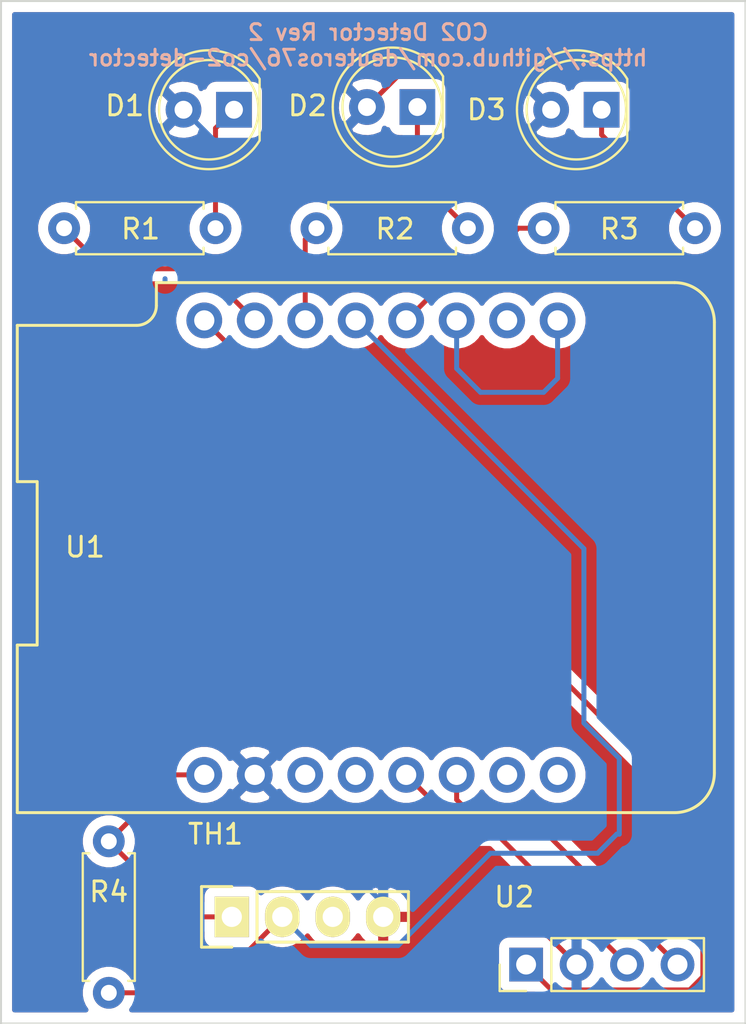
<source format=kicad_pcb>
(kicad_pcb (version 20171130) (host pcbnew 5.1.12-5.1.12)

  (general
    (thickness 1.6)
    (drawings 5)
    (tracks 71)
    (zones 0)
    (modules 10)
    (nets 14)
  )

  (page A4)
  (layers
    (0 F.Cu signal)
    (31 B.Cu signal)
    (32 B.Adhes user)
    (33 F.Adhes user)
    (34 B.Paste user)
    (35 F.Paste user)
    (36 B.SilkS user)
    (37 F.SilkS user)
    (38 B.Mask user hide)
    (39 F.Mask user hide)
    (40 Dwgs.User user)
    (41 Cmts.User user)
    (42 Eco1.User user)
    (43 Eco2.User user)
    (44 Edge.Cuts user)
    (45 Margin user)
    (46 B.CrtYd user)
    (47 F.CrtYd user)
    (48 B.Fab user)
    (49 F.Fab user)
  )

  (setup
    (last_trace_width 0.25)
    (trace_clearance 0.3)
    (zone_clearance 0.508)
    (zone_45_only no)
    (trace_min 0.2)
    (via_size 0.8)
    (via_drill 0.4)
    (via_min_size 0.4)
    (via_min_drill 0.3)
    (uvia_size 0.3)
    (uvia_drill 0.1)
    (uvias_allowed no)
    (uvia_min_size 0.2)
    (uvia_min_drill 0.1)
    (edge_width 0.05)
    (segment_width 0.2)
    (pcb_text_width 0.3)
    (pcb_text_size 1.5 1.5)
    (mod_edge_width 0.12)
    (mod_text_size 1 1)
    (mod_text_width 0.15)
    (pad_size 1.524 1.524)
    (pad_drill 0.762)
    (pad_to_mask_clearance 0)
    (aux_axis_origin 0 0)
    (visible_elements FFFFFF7F)
    (pcbplotparams
      (layerselection 0x010fc_ffffffff)
      (usegerberextensions false)
      (usegerberattributes false)
      (usegerberadvancedattributes false)
      (creategerberjobfile true)
      (excludeedgelayer true)
      (linewidth 0.100000)
      (plotframeref false)
      (viasonmask false)
      (mode 1)
      (useauxorigin false)
      (hpglpennumber 1)
      (hpglpenspeed 20)
      (hpglpendiameter 15.000000)
      (psnegative false)
      (psa4output false)
      (plotreference true)
      (plotvalue true)
      (plotinvisibletext false)
      (padsonsilk false)
      (subtractmaskfromsilk false)
      (outputformat 1)
      (mirror false)
      (drillshape 0)
      (scaleselection 1)
      (outputdirectory "gerber/"))
  )

  (net 0 "")
  (net 1 "Net-(R1-Pad2)")
  (net 2 "Net-(R3-Pad2)")
  (net 3 "Net-(D1-Pad1)")
  (net 4 "Net-(D3-Pad1)")
  (net 5 "Net-(R4-Pad2)")
  (net 6 "Net-(U1-Pad13)")
  (net 7 "Net-(U1-Pad14)")
  (net 8 "Net-(U1-Pad1)")
  (net 9 "Net-(D2-Pad1)")
  (net 10 "Net-(R2-Pad2)")
  (net 11 /5V)
  (net 12 /GND)
  (net 13 /3.3V)

  (net_class Default "This is the default net class."
    (clearance 0.3)
    (trace_width 0.25)
    (via_dia 0.8)
    (via_drill 0.4)
    (uvia_dia 0.3)
    (uvia_drill 0.1)
    (add_net /3.3V)
    (add_net /5V)
    (add_net /GND)
    (add_net "Net-(D1-Pad1)")
    (add_net "Net-(D2-Pad1)")
    (add_net "Net-(D3-Pad1)")
    (add_net "Net-(R1-Pad2)")
    (add_net "Net-(R2-Pad2)")
    (add_net "Net-(R3-Pad2)")
    (add_net "Net-(R4-Pad2)")
    (add_net "Net-(U1-Pad1)")
    (add_net "Net-(U1-Pad13)")
    (add_net "Net-(U1-Pad14)")
  )

  (net_class PWR ""
    (clearance 0.3)
    (trace_width 0.4)
    (via_dia 0.8)
    (via_drill 0.4)
    (uvia_dia 0.3)
    (uvia_drill 0.1)
  )

  (module wemos-d1-mini:wemos-d1-mini-with-pin-header (layer F.Cu) (tedit 5EC772B1) (tstamp 5F7F7CA0)
    (at 123.895001 77.027025)
    (path /5F79E0BA)
    (fp_text reference U1 (at -14.895001 -0.027025 180) (layer F.SilkS)
      (effects (font (size 1 1) (thickness 0.15)))
    )
    (fp_text value WeMos_D1_mini (at 0 0) (layer F.Fab)
      (effects (font (size 1 1) (thickness 0.15)))
    )
    (fp_line (start -18.46 -11.33) (end -12.48 -11.33) (layer F.CrtYd) (width 0.05))
    (fp_line (start -11.48 -13.5) (end -11.48 -12.33) (layer F.CrtYd) (width 0.05))
    (fp_line (start -11.3 -13.33) (end -11.3 -13.33) (layer F.SilkS) (width 0.15))
    (fp_line (start -11.3 -12.17) (end -11.3 -13.33) (layer F.SilkS) (width 0.15))
    (fp_line (start -18.3 -11.18) (end -12.3 -11.18) (layer F.SilkS) (width 0.15))
    (fp_line (start -18.46 13.5) (end -18.46 -11.33) (layer F.CrtYd) (width 0.05))
    (fp_line (start 14.94 13.5) (end -18.46 13.5) (layer F.CrtYd) (width 0.05))
    (fp_line (start 16.94 -11.5) (end 16.94 11.5) (layer F.CrtYd) (width 0.05))
    (fp_line (start -11.48 -13.5) (end 14.85 -13.5) (layer F.CrtYd) (width 0.05))
    (fp_line (start -18.3 4.9) (end -18.3 13.329999) (layer F.SilkS) (width 0.15))
    (fp_line (start -17.3 4.9) (end -18.3 4.9) (layer F.SilkS) (width 0.15))
    (fp_line (start -17.3 -3.32) (end -17.3 4.9) (layer F.SilkS) (width 0.15))
    (fp_line (start -18.3 -3.32) (end -17.3 -3.32) (layer F.SilkS) (width 0.15))
    (fp_line (start -18.3 -11.18) (end -18.3 -3.32) (layer F.SilkS) (width 0.15))
    (fp_line (start 14.78 -13.33) (end -11.3 -13.33) (layer F.SilkS) (width 0.15))
    (fp_line (start 16.78 11.33) (end 16.78 -11.33) (layer F.SilkS) (width 0.15))
    (fp_line (start -18.3 13.33) (end 14.78 13.33) (layer F.SilkS) (width 0.15))
    (fp_arc (start 14.78 -11.33) (end 14.78 -13.33) (angle 90) (layer F.SilkS) (width 0.15))
    (fp_arc (start 14.78 11.33) (end 16.78 11.33) (angle 90) (layer F.SilkS) (width 0.15))
    (fp_arc (start 14.94 11.5) (end 16.94 11.5) (angle 90) (layer F.CrtYd) (width 0.05))
    (fp_arc (start 14.94 -11.5) (end 14.85 -13.5) (angle 92.57657183) (layer F.CrtYd) (width 0.05))
    (fp_arc (start -12.3 -12.18) (end -11.3 -12.18) (angle 90) (layer F.SilkS) (width 0.15))
    (fp_arc (start -12.48 -12.33) (end -11.48 -12.33) (angle 90) (layer F.CrtYd) (width 0.05))
    (pad 8 thru_hole circle (at -8.89 -11.43) (size 1.8 1.8) (drill 1.016) (layers *.Cu *.Mask)
      (net 13 /3.3V))
    (pad 9 thru_hole circle (at -8.89 11.43) (size 1.8 1.8) (drill 1.016) (layers *.Cu *.Mask)
      (net 11 /5V))
    (pad 7 thru_hole circle (at -6.35 -11.43) (size 1.8 1.8) (drill 1.016) (layers *.Cu *.Mask)
      (net 1 "Net-(R1-Pad2)"))
    (pad 10 thru_hole circle (at -6.35 11.43) (size 1.8 1.8) (drill 1.016) (layers *.Cu *.Mask)
      (net 12 /GND))
    (pad 6 thru_hole circle (at -3.81 -11.43) (size 1.8 1.8) (drill 1.016) (layers *.Cu *.Mask)
      (net 10 "Net-(R2-Pad2)"))
    (pad 11 thru_hole circle (at -3.81 11.43) (size 1.8 1.8) (drill 1.016) (layers *.Cu *.Mask))
    (pad 5 thru_hole circle (at -1.27 -11.43) (size 1.8 1.8) (drill 1.016) (layers *.Cu *.Mask)
      (net 5 "Net-(R4-Pad2)"))
    (pad 12 thru_hole circle (at -1.27 11.43) (size 1.8 1.8) (drill 1.016) (layers *.Cu *.Mask))
    (pad 4 thru_hole circle (at 1.27 -11.43) (size 1.8 1.8) (drill 1.016) (layers *.Cu *.Mask)
      (net 2 "Net-(R3-Pad2)"))
    (pad 13 thru_hole circle (at 1.27 11.43) (size 1.8 1.8) (drill 1.016) (layers *.Cu *.Mask)
      (net 6 "Net-(U1-Pad13)"))
    (pad 3 thru_hole circle (at 3.81 -11.43) (size 1.8 1.8) (drill 1.016) (layers *.Cu *.Mask)
      (net 8 "Net-(U1-Pad1)"))
    (pad 14 thru_hole circle (at 3.81 11.43) (size 1.8 1.8) (drill 1.016) (layers *.Cu *.Mask)
      (net 7 "Net-(U1-Pad14)"))
    (pad 2 thru_hole circle (at 6.35 -11.43) (size 1.8 1.8) (drill 1.016) (layers *.Cu *.Mask))
    (pad 15 thru_hole circle (at 6.35 11.43) (size 1.8 1.8) (drill 1.016) (layers *.Cu *.Mask))
    (pad 1 thru_hole circle (at 8.89 -11.43) (size 1.8 1.8) (drill 1.016) (layers *.Cu *.Mask)
      (net 8 "Net-(U1-Pad1)"))
    (pad 16 thru_hole circle (at 8.89 11.43) (size 1.8 1.8) (drill 1.016) (layers *.Cu *.Mask))
    (model ${KIPRJMOD}/3dshapes/wemos_d1_mini.3dshapes/d1_mini_shield.wrl
      (offset (xyz -17.9 -12.8 5.1))
      (scale (xyz 0.3937 0.3937 0.3937))
      (rotate (xyz 0 0 90))
    )
    (model ${KIPRJMOD}/3dshapes/wemos_d1_mini.3dshapes/TSW-108-05-G-S.wrl
      (offset (xyz 0 -11.39999982878918 2.599999960951919))
      (scale (xyz 0.3937 0.3937 0.3937))
      (rotate (xyz 90 0 0))
    )
    (model ${KIPRJMOD}/3dshapes/wemos_d1_mini.3dshapes/TSW-108-05-G-S.wrl
      (offset (xyz 0 11.39999982878918 2.599999960951919))
      (scale (xyz 0.3937 0.3937 0.3937))
      (rotate (xyz 90 0 0))
    )
    (model ${KISYS3DMOD}/wemos_d1_mini.3dshapes/d1_mini_shield.wrl
      (offset (xyz -17.75 12.5 6))
      (scale (xyz 0.39 0.39 0.39))
      (rotate (xyz 0 0 90))
    )
    (model ${KISYS3DMOD}/wemos_d1_mini.3dshapes/TSW-108-05-G-S.wrl
      (offset (xyz 0 -11.5 3.5))
      (scale (xyz 0.39 0.39 0.39))
      (rotate (xyz -90 0 0))
    )
    (model ${KISYS3DMOD}/wemos_d1_mini.3dshapes/SLW-108-01-G-S.wrl
      (offset (xyz -0.5 -11.5 -0.5))
      (scale (xyz 0.39 0.39 0.39))
      (rotate (xyz -90 0 0))
    )
    (model ${KISYS3DMOD}/wemos_d1_mini.3dshapes/TSW-108-05-G-S.wrl
      (offset (xyz 0 11.25 3.5))
      (scale (xyz 0.39 0.39 0.39))
      (rotate (xyz -90 0 0))
    )
    (model ${KISYS3DMOD}/wemos_d1_mini.3dshapes/SLW-108-01-G-S.wrl
      (offset (xyz 0 11.25 0))
      (scale (xyz 0.39 0.39 0.39))
      (rotate (xyz -90 0 0))
    )
  )

  (module Sensors:DHT22_Temperature_Humidity (layer F.Cu) (tedit 570580B0) (tstamp 5F80D663)
    (at 120.2 95.6)
    (path /5F79E2BA)
    (fp_text reference TH1 (at -4.63 -4.16) (layer F.SilkS)
      (effects (font (size 1 1) (thickness 0.15)))
    )
    (fp_text value DHT22 (at -0.185 2.19) (layer F.Fab)
      (effects (font (size 1 1) (thickness 0.15)))
    )
    (fp_line (start -2.54 1.27) (end -2.54 -1.27) (layer F.SilkS) (width 0.15))
    (fp_line (start 5.08 1.27) (end -2.54 1.27) (layer F.SilkS) (width 0.15))
    (fp_line (start 5.08 -1.27) (end 5.08 1.27) (layer F.SilkS) (width 0.15))
    (fp_line (start -2.54 -1.27) (end 5.08 -1.27) (layer F.SilkS) (width 0.15))
    (fp_line (start -5.334 1.524) (end -3.81 1.524) (layer F.SilkS) (width 0.15))
    (fp_line (start -5.334 -1.524) (end -5.334 1.524) (layer F.SilkS) (width 0.15))
    (fp_line (start -3.81 -1.524) (end -5.334 -1.524) (layer F.SilkS) (width 0.15))
    (fp_line (start -7.62 4.3) (end 7.62 4.3) (layer B.CrtYd) (width 0.15))
    (fp_line (start -7.62 -3.3) (end -7.62 4.3) (layer B.CrtYd) (width 0.15))
    (fp_line (start 7.62 -3.3) (end 7.62 4.3) (layer B.CrtYd) (width 0.15))
    (fp_line (start -7.62 -3.3) (end 7.62 -3.3) (layer B.CrtYd) (width 0.15))
    (fp_line (start -7.62 -2) (end 7.62 -2) (layer B.CrtYd) (width 0.15))
    (pad 1 thru_hole rect (at -3.81 0 90) (size 2.032 1.7272) (drill 1.016) (layers *.Cu *.Mask F.SilkS)
      (net 11 /5V))
    (pad 2 thru_hole oval (at -1.27 0 90) (size 2.032 1.7272) (drill 1.016) (layers *.Cu *.Mask F.SilkS)
      (net 5 "Net-(R4-Pad2)"))
    (pad 3 thru_hole oval (at 1.27 0 90) (size 2.032 1.7272) (drill 1.016) (layers *.Cu *.Mask F.SilkS))
    (pad 4 thru_hole oval (at 3.81 0 90) (size 2.032 1.7272) (drill 1.016) (layers *.Cu *.Mask F.SilkS)
      (net 12 /GND))
    (model ${KISYS3DMOD}/Connector_PinSocket_2.54mm.3dshapes/PinSocket_1x04_P2.54mm_Vertical.wrl
      (offset (xyz 3.75 0 0))
      (scale (xyz 1 1 1))
      (rotate (xyz 0 0 90))
    )
  )

  (module LEDs:LED_D5.0mm (layer F.Cu) (tedit 5995936A) (tstamp 5F838335)
    (at 116.5 55 180)
    (descr "LED, diameter 5.0mm, 2 pins, http://cdn-reichelt.de/documents/datenblatt/A500/LL-504BC2E-009.pdf")
    (tags "LED diameter 5.0mm 2 pins")
    (path /5F7E20CE)
    (fp_text reference D1 (at 5.5 0.2) (layer F.SilkS)
      (effects (font (size 1 1) (thickness 0.15)))
    )
    (fp_text value Red (at 1.27 3.96) (layer F.Fab)
      (effects (font (size 1 1) (thickness 0.15)))
    )
    (fp_line (start 4.5 -3.25) (end -1.95 -3.25) (layer F.CrtYd) (width 0.05))
    (fp_line (start 4.5 3.25) (end 4.5 -3.25) (layer F.CrtYd) (width 0.05))
    (fp_line (start -1.95 3.25) (end 4.5 3.25) (layer F.CrtYd) (width 0.05))
    (fp_line (start -1.95 -3.25) (end -1.95 3.25) (layer F.CrtYd) (width 0.05))
    (fp_line (start -1.29 -1.545) (end -1.29 1.545) (layer F.SilkS) (width 0.12))
    (fp_line (start -1.23 -1.469694) (end -1.23 1.469694) (layer F.Fab) (width 0.1))
    (fp_circle (center 1.27 0) (end 3.77 0) (layer F.SilkS) (width 0.12))
    (fp_circle (center 1.27 0) (end 3.77 0) (layer F.Fab) (width 0.1))
    (fp_text user %R (at 1.25 0) (layer F.Fab)
      (effects (font (size 0.8 0.8) (thickness 0.2)))
    )
    (fp_arc (start 1.27 0) (end -1.29 1.54483) (angle -148.9) (layer F.SilkS) (width 0.12))
    (fp_arc (start 1.27 0) (end -1.29 -1.54483) (angle 148.9) (layer F.SilkS) (width 0.12))
    (fp_arc (start 1.27 0) (end -1.23 -1.469694) (angle 299.1) (layer F.Fab) (width 0.1))
    (pad 2 thru_hole circle (at 2.54 0 180) (size 1.8 1.8) (drill 0.9) (layers *.Cu *.Mask)
      (net 12 /GND))
    (pad 1 thru_hole rect (at 0 0 180) (size 1.8 1.8) (drill 0.9) (layers *.Cu *.Mask)
      (net 3 "Net-(D1-Pad1)"))
    (model ${KISYS3DMOD}/LEDs.3dshapes/LED_D5.0mm.wrl
      (at (xyz 0 0 0))
      (scale (xyz 0.393701 0.393701 0.393701))
      (rotate (xyz 0 0 0))
    )
    (model ${KISYS3DMOD}/LED_THT.3dshapes/LED_D5.0mm_Clear.step
      (at (xyz 0 0 0))
      (scale (xyz 1 1 1))
      (rotate (xyz 0 0 0))
    )
  )

  (module LEDs:LED_D5.0mm (layer F.Cu) (tedit 5995936A) (tstamp 5F817033)
    (at 125.73 54.864 180)
    (descr "LED, diameter 5.0mm, 2 pins, http://cdn-reichelt.de/documents/datenblatt/A500/LL-504BC2E-009.pdf")
    (tags "LED diameter 5.0mm 2 pins")
    (path /5F7E21B5)
    (fp_text reference D2 (at 5.53 0.064) (layer F.SilkS)
      (effects (font (size 1 1) (thickness 0.15)))
    )
    (fp_text value Yellow (at 1.27 3.96) (layer F.Fab)
      (effects (font (size 1 1) (thickness 0.15)))
    )
    (fp_circle (center 1.27 0) (end 3.77 0) (layer F.Fab) (width 0.1))
    (fp_circle (center 1.27 0) (end 3.77 0) (layer F.SilkS) (width 0.12))
    (fp_line (start -1.23 -1.469694) (end -1.23 1.469694) (layer F.Fab) (width 0.1))
    (fp_line (start -1.29 -1.545) (end -1.29 1.545) (layer F.SilkS) (width 0.12))
    (fp_line (start -1.95 -3.25) (end -1.95 3.25) (layer F.CrtYd) (width 0.05))
    (fp_line (start -1.95 3.25) (end 4.5 3.25) (layer F.CrtYd) (width 0.05))
    (fp_line (start 4.5 3.25) (end 4.5 -3.25) (layer F.CrtYd) (width 0.05))
    (fp_line (start 4.5 -3.25) (end -1.95 -3.25) (layer F.CrtYd) (width 0.05))
    (fp_arc (start 1.27 0) (end -1.23 -1.469694) (angle 299.1) (layer F.Fab) (width 0.1))
    (fp_arc (start 1.27 0) (end -1.29 -1.54483) (angle 148.9) (layer F.SilkS) (width 0.12))
    (fp_arc (start 1.27 0) (end -1.29 1.54483) (angle -148.9) (layer F.SilkS) (width 0.12))
    (fp_text user %R (at 1.25 0) (layer F.Fab)
      (effects (font (size 0.8 0.8) (thickness 0.2)))
    )
    (pad 1 thru_hole rect (at 0 0 180) (size 1.8 1.8) (drill 0.9) (layers *.Cu *.Mask)
      (net 9 "Net-(D2-Pad1)"))
    (pad 2 thru_hole circle (at 2.54 0 180) (size 1.8 1.8) (drill 0.9) (layers *.Cu *.Mask)
      (net 12 /GND))
    (model ${KISYS3DMOD}/LEDs.3dshapes/LED_D5.0mm.wrl
      (at (xyz 0 0 0))
      (scale (xyz 0.393701 0.393701 0.393701))
      (rotate (xyz 0 0 0))
    )
    (model ${KISYS3DMOD}/LED_THT.3dshapes/LED_D5.0mm_Clear.step
      (at (xyz 0 0 0))
      (scale (xyz 1 1 1))
      (rotate (xyz 0 0 0))
    )
  )

  (module LEDs:LED_D5.0mm (layer F.Cu) (tedit 5995936A) (tstamp 5F817044)
    (at 135 55 180)
    (descr "LED, diameter 5.0mm, 2 pins, http://cdn-reichelt.de/documents/datenblatt/A500/LL-504BC2E-009.pdf")
    (tags "LED diameter 5.0mm 2 pins")
    (path /5F7E21E7)
    (fp_text reference D3 (at 5.8 0) (layer F.SilkS)
      (effects (font (size 1 1) (thickness 0.15)))
    )
    (fp_text value Green (at 1.27 3.96) (layer F.Fab)
      (effects (font (size 1 1) (thickness 0.15)))
    )
    (fp_line (start 4.5 -3.25) (end -1.95 -3.25) (layer F.CrtYd) (width 0.05))
    (fp_line (start 4.5 3.25) (end 4.5 -3.25) (layer F.CrtYd) (width 0.05))
    (fp_line (start -1.95 3.25) (end 4.5 3.25) (layer F.CrtYd) (width 0.05))
    (fp_line (start -1.95 -3.25) (end -1.95 3.25) (layer F.CrtYd) (width 0.05))
    (fp_line (start -1.29 -1.545) (end -1.29 1.545) (layer F.SilkS) (width 0.12))
    (fp_line (start -1.23 -1.469694) (end -1.23 1.469694) (layer F.Fab) (width 0.1))
    (fp_circle (center 1.27 0) (end 3.77 0) (layer F.SilkS) (width 0.12))
    (fp_circle (center 1.27 0) (end 3.77 0) (layer F.Fab) (width 0.1))
    (fp_text user %R (at 1.25 0) (layer F.Fab)
      (effects (font (size 0.8 0.8) (thickness 0.2)))
    )
    (fp_arc (start 1.27 0) (end -1.29 1.54483) (angle -148.9) (layer F.SilkS) (width 0.12))
    (fp_arc (start 1.27 0) (end -1.29 -1.54483) (angle 148.9) (layer F.SilkS) (width 0.12))
    (fp_arc (start 1.27 0) (end -1.23 -1.469694) (angle 299.1) (layer F.Fab) (width 0.1))
    (pad 2 thru_hole circle (at 2.54 0 180) (size 1.8 1.8) (drill 0.9) (layers *.Cu *.Mask)
      (net 12 /GND))
    (pad 1 thru_hole rect (at 0 0 180) (size 1.8 1.8) (drill 0.9) (layers *.Cu *.Mask)
      (net 4 "Net-(D3-Pad1)"))
    (model ${KISYS3DMOD}/LEDs.3dshapes/LED_D5.0mm.wrl
      (at (xyz 0 0 0))
      (scale (xyz 0.393701 0.393701 0.393701))
      (rotate (xyz 0 0 0))
    )
    (model ${KISYS3DMOD}/LED_THT.3dshapes/LED_D5.0mm_Clear.step
      (at (xyz 0 0 0))
      (scale (xyz 1 1 1))
      (rotate (xyz 0 0 0))
    )
  )

  (module Resistors_THT:R_Axial_DIN0207_L6.3mm_D2.5mm_P7.62mm_Horizontal (layer F.Cu) (tedit 5874F706) (tstamp 5F81B13F)
    (at 115.57 60.96 180)
    (descr "Resistor, Axial_DIN0207 series, Axial, Horizontal, pin pitch=7.62mm, 0.25W = 1/4W, length*diameter=6.3*2.5mm^2, http://cdn-reichelt.de/documents/datenblatt/B400/1_4W%23YAG.pdf")
    (tags "Resistor Axial_DIN0207 series Axial Horizontal pin pitch 7.62mm 0.25W = 1/4W length 6.3mm diameter 2.5mm")
    (path /5F7E333C)
    (fp_text reference R1 (at 3.77 -0.04) (layer F.SilkS)
      (effects (font (size 1 1) (thickness 0.15)))
    )
    (fp_text value 160 (at 3.81 2.31) (layer F.Fab)
      (effects (font (size 1 1) (thickness 0.15)))
    )
    (fp_line (start 0.66 -1.25) (end 0.66 1.25) (layer F.Fab) (width 0.1))
    (fp_line (start 0.66 1.25) (end 6.96 1.25) (layer F.Fab) (width 0.1))
    (fp_line (start 6.96 1.25) (end 6.96 -1.25) (layer F.Fab) (width 0.1))
    (fp_line (start 6.96 -1.25) (end 0.66 -1.25) (layer F.Fab) (width 0.1))
    (fp_line (start 0 0) (end 0.66 0) (layer F.Fab) (width 0.1))
    (fp_line (start 7.62 0) (end 6.96 0) (layer F.Fab) (width 0.1))
    (fp_line (start 0.6 -0.98) (end 0.6 -1.31) (layer F.SilkS) (width 0.12))
    (fp_line (start 0.6 -1.31) (end 7.02 -1.31) (layer F.SilkS) (width 0.12))
    (fp_line (start 7.02 -1.31) (end 7.02 -0.98) (layer F.SilkS) (width 0.12))
    (fp_line (start 0.6 0.98) (end 0.6 1.31) (layer F.SilkS) (width 0.12))
    (fp_line (start 0.6 1.31) (end 7.02 1.31) (layer F.SilkS) (width 0.12))
    (fp_line (start 7.02 1.31) (end 7.02 0.98) (layer F.SilkS) (width 0.12))
    (fp_line (start -1.05 -1.6) (end -1.05 1.6) (layer F.CrtYd) (width 0.05))
    (fp_line (start -1.05 1.6) (end 8.7 1.6) (layer F.CrtYd) (width 0.05))
    (fp_line (start 8.7 1.6) (end 8.7 -1.6) (layer F.CrtYd) (width 0.05))
    (fp_line (start 8.7 -1.6) (end -1.05 -1.6) (layer F.CrtYd) (width 0.05))
    (pad 2 thru_hole oval (at 7.62 0 180) (size 1.6 1.6) (drill 0.8) (layers *.Cu *.Mask)
      (net 1 "Net-(R1-Pad2)"))
    (pad 1 thru_hole circle (at 0 0 180) (size 1.6 1.6) (drill 0.8) (layers *.Cu *.Mask)
      (net 3 "Net-(D1-Pad1)"))
    (model ${KISYS3DMOD}/Resistors_THT.3dshapes/R_Axial_DIN0207_L6.3mm_D2.5mm_P7.62mm_Horizontal.wrl
      (at (xyz 0 0 0))
      (scale (xyz 0.393701 0.393701 0.393701))
      (rotate (xyz 0 0 0))
    )
    (model ${KISYS3DMOD}/Resistor_THT.3dshapes/R_Axial_DIN0207_L6.3mm_D2.5mm_P7.62mm_Horizontal.wrl
      (at (xyz 0 0 0))
      (scale (xyz 1 1 1))
      (rotate (xyz 0 0 0))
    )
  )

  (module Resistors_THT:R_Axial_DIN0207_L6.3mm_D2.5mm_P7.62mm_Horizontal (layer F.Cu) (tedit 5874F706) (tstamp 5F81B154)
    (at 139.7 60.96 180)
    (descr "Resistor, Axial_DIN0207 series, Axial, Horizontal, pin pitch=7.62mm, 0.25W = 1/4W, length*diameter=6.3*2.5mm^2, http://cdn-reichelt.de/documents/datenblatt/B400/1_4W%23YAG.pdf")
    (tags "Resistor Axial_DIN0207 series Axial Horizontal pin pitch 7.62mm 0.25W = 1/4W length 6.3mm diameter 2.5mm")
    (path /5F7E33D8)
    (fp_text reference R3 (at 3.81 -0.04) (layer F.SilkS)
      (effects (font (size 1 1) (thickness 0.15)))
    )
    (fp_text value 90 (at 3.81 2.31) (layer F.Fab)
      (effects (font (size 1 1) (thickness 0.15)))
    )
    (fp_line (start 8.7 -1.6) (end -1.05 -1.6) (layer F.CrtYd) (width 0.05))
    (fp_line (start 8.7 1.6) (end 8.7 -1.6) (layer F.CrtYd) (width 0.05))
    (fp_line (start -1.05 1.6) (end 8.7 1.6) (layer F.CrtYd) (width 0.05))
    (fp_line (start -1.05 -1.6) (end -1.05 1.6) (layer F.CrtYd) (width 0.05))
    (fp_line (start 7.02 1.31) (end 7.02 0.98) (layer F.SilkS) (width 0.12))
    (fp_line (start 0.6 1.31) (end 7.02 1.31) (layer F.SilkS) (width 0.12))
    (fp_line (start 0.6 0.98) (end 0.6 1.31) (layer F.SilkS) (width 0.12))
    (fp_line (start 7.02 -1.31) (end 7.02 -0.98) (layer F.SilkS) (width 0.12))
    (fp_line (start 0.6 -1.31) (end 7.02 -1.31) (layer F.SilkS) (width 0.12))
    (fp_line (start 0.6 -0.98) (end 0.6 -1.31) (layer F.SilkS) (width 0.12))
    (fp_line (start 7.62 0) (end 6.96 0) (layer F.Fab) (width 0.1))
    (fp_line (start 0 0) (end 0.66 0) (layer F.Fab) (width 0.1))
    (fp_line (start 6.96 -1.25) (end 0.66 -1.25) (layer F.Fab) (width 0.1))
    (fp_line (start 6.96 1.25) (end 6.96 -1.25) (layer F.Fab) (width 0.1))
    (fp_line (start 0.66 1.25) (end 6.96 1.25) (layer F.Fab) (width 0.1))
    (fp_line (start 0.66 -1.25) (end 0.66 1.25) (layer F.Fab) (width 0.1))
    (pad 1 thru_hole circle (at 0 0 180) (size 1.6 1.6) (drill 0.8) (layers *.Cu *.Mask)
      (net 4 "Net-(D3-Pad1)"))
    (pad 2 thru_hole oval (at 7.62 0 180) (size 1.6 1.6) (drill 0.8) (layers *.Cu *.Mask)
      (net 2 "Net-(R3-Pad2)"))
    (model ${KISYS3DMOD}/Resistors_THT.3dshapes/R_Axial_DIN0207_L6.3mm_D2.5mm_P7.62mm_Horizontal.wrl
      (at (xyz 0 0 0))
      (scale (xyz 0.393701 0.393701 0.393701))
      (rotate (xyz 0 0 0))
    )
    (model ${KISYS3DMOD}/Resistor_THT.3dshapes/R_Axial_DIN0207_L6.3mm_D2.5mm_P7.62mm_Horizontal.wrl
      (at (xyz 0 0 0))
      (scale (xyz 1 1 1))
      (rotate (xyz 0 0 0))
    )
  )

  (module Resistors_THT:R_Axial_DIN0207_L6.3mm_D2.5mm_P7.62mm_Horizontal (layer F.Cu) (tedit 5874F706) (tstamp 5F81B169)
    (at 110.2 91.8 270)
    (descr "Resistor, Axial_DIN0207 series, Axial, Horizontal, pin pitch=7.62mm, 0.25W = 1/4W, length*diameter=6.3*2.5mm^2, http://cdn-reichelt.de/documents/datenblatt/B400/1_4W%23YAG.pdf")
    (tags "Resistor Axial_DIN0207 series Axial Horizontal pin pitch 7.62mm 0.25W = 1/4W length 6.3mm diameter 2.5mm")
    (path /5F7E3096)
    (fp_text reference R4 (at 2.54 0 180) (layer F.SilkS)
      (effects (font (size 1 1) (thickness 0.15)))
    )
    (fp_text value 10K (at 3.81 2.31 90) (layer F.Fab)
      (effects (font (size 1 1) (thickness 0.15)))
    )
    (fp_line (start 0.66 -1.25) (end 0.66 1.25) (layer F.Fab) (width 0.1))
    (fp_line (start 0.66 1.25) (end 6.96 1.25) (layer F.Fab) (width 0.1))
    (fp_line (start 6.96 1.25) (end 6.96 -1.25) (layer F.Fab) (width 0.1))
    (fp_line (start 6.96 -1.25) (end 0.66 -1.25) (layer F.Fab) (width 0.1))
    (fp_line (start 0 0) (end 0.66 0) (layer F.Fab) (width 0.1))
    (fp_line (start 7.62 0) (end 6.96 0) (layer F.Fab) (width 0.1))
    (fp_line (start 0.6 -0.98) (end 0.6 -1.31) (layer F.SilkS) (width 0.12))
    (fp_line (start 0.6 -1.31) (end 7.02 -1.31) (layer F.SilkS) (width 0.12))
    (fp_line (start 7.02 -1.31) (end 7.02 -0.98) (layer F.SilkS) (width 0.12))
    (fp_line (start 0.6 0.98) (end 0.6 1.31) (layer F.SilkS) (width 0.12))
    (fp_line (start 0.6 1.31) (end 7.02 1.31) (layer F.SilkS) (width 0.12))
    (fp_line (start 7.02 1.31) (end 7.02 0.98) (layer F.SilkS) (width 0.12))
    (fp_line (start -1.05 -1.6) (end -1.05 1.6) (layer F.CrtYd) (width 0.05))
    (fp_line (start -1.05 1.6) (end 8.7 1.6) (layer F.CrtYd) (width 0.05))
    (fp_line (start 8.7 1.6) (end 8.7 -1.6) (layer F.CrtYd) (width 0.05))
    (fp_line (start 8.7 -1.6) (end -1.05 -1.6) (layer F.CrtYd) (width 0.05))
    (pad 2 thru_hole oval (at 7.62 0 270) (size 1.6 1.6) (drill 0.8) (layers *.Cu *.Mask)
      (net 5 "Net-(R4-Pad2)"))
    (pad 1 thru_hole circle (at 0 0 270) (size 1.6 1.6) (drill 0.8) (layers *.Cu *.Mask)
      (net 11 /5V))
    (model ${KISYS3DMOD}/Resistors_THT.3dshapes/R_Axial_DIN0207_L6.3mm_D2.5mm_P7.62mm_Horizontal.wrl
      (at (xyz 0 0 0))
      (scale (xyz 0.393701 0.393701 0.393701))
      (rotate (xyz 0 0 0))
    )
    (model ${KISYS3DMOD}/Resistor_THT.3dshapes/R_Axial_DIN0207_L6.3mm_D2.5mm_P7.62mm_Horizontal.wrl
      (at (xyz 0 0 0))
      (scale (xyz 1 1 1))
      (rotate (xyz 0 0 0))
    )
  )

  (module Resistors_THT:R_Axial_DIN0207_L6.3mm_D2.5mm_P7.62mm_Horizontal (layer F.Cu) (tedit 5874F706) (tstamp 5F81B38A)
    (at 128.27 60.96 180)
    (descr "Resistor, Axial_DIN0207 series, Axial, Horizontal, pin pitch=7.62mm, 0.25W = 1/4W, length*diameter=6.3*2.5mm^2, http://cdn-reichelt.de/documents/datenblatt/B400/1_4W%23YAG.pdf")
    (tags "Resistor Axial_DIN0207 series Axial Horizontal pin pitch 7.62mm 0.25W = 1/4W length 6.3mm diameter 2.5mm")
    (path /5F822937)
    (fp_text reference R2 (at 3.67 -0.04) (layer F.SilkS)
      (effects (font (size 1 1) (thickness 0.15)))
    )
    (fp_text value 160 (at 3.81 2.31) (layer F.Fab)
      (effects (font (size 1 1) (thickness 0.15)))
    )
    (fp_line (start 0.66 -1.25) (end 0.66 1.25) (layer F.Fab) (width 0.1))
    (fp_line (start 0.66 1.25) (end 6.96 1.25) (layer F.Fab) (width 0.1))
    (fp_line (start 6.96 1.25) (end 6.96 -1.25) (layer F.Fab) (width 0.1))
    (fp_line (start 6.96 -1.25) (end 0.66 -1.25) (layer F.Fab) (width 0.1))
    (fp_line (start 0 0) (end 0.66 0) (layer F.Fab) (width 0.1))
    (fp_line (start 7.62 0) (end 6.96 0) (layer F.Fab) (width 0.1))
    (fp_line (start 0.6 -0.98) (end 0.6 -1.31) (layer F.SilkS) (width 0.12))
    (fp_line (start 0.6 -1.31) (end 7.02 -1.31) (layer F.SilkS) (width 0.12))
    (fp_line (start 7.02 -1.31) (end 7.02 -0.98) (layer F.SilkS) (width 0.12))
    (fp_line (start 0.6 0.98) (end 0.6 1.31) (layer F.SilkS) (width 0.12))
    (fp_line (start 0.6 1.31) (end 7.02 1.31) (layer F.SilkS) (width 0.12))
    (fp_line (start 7.02 1.31) (end 7.02 0.98) (layer F.SilkS) (width 0.12))
    (fp_line (start -1.05 -1.6) (end -1.05 1.6) (layer F.CrtYd) (width 0.05))
    (fp_line (start -1.05 1.6) (end 8.7 1.6) (layer F.CrtYd) (width 0.05))
    (fp_line (start 8.7 1.6) (end 8.7 -1.6) (layer F.CrtYd) (width 0.05))
    (fp_line (start 8.7 -1.6) (end -1.05 -1.6) (layer F.CrtYd) (width 0.05))
    (pad 2 thru_hole oval (at 7.62 0 180) (size 1.6 1.6) (drill 0.8) (layers *.Cu *.Mask)
      (net 10 "Net-(R2-Pad2)"))
    (pad 1 thru_hole circle (at 0 0 180) (size 1.6 1.6) (drill 0.8) (layers *.Cu *.Mask)
      (net 9 "Net-(D2-Pad1)"))
    (model ${KISYS3DMOD}/Resistors_THT.3dshapes/R_Axial_DIN0207_L6.3mm_D2.5mm_P7.62mm_Horizontal.wrl
      (at (xyz 0 0 0))
      (scale (xyz 0.393701 0.393701 0.393701))
      (rotate (xyz 0 0 0))
    )
    (model ${KISYS3DMOD}/Resistor_THT.3dshapes/R_Axial_DIN0207_L6.3mm_D2.5mm_P7.62mm_Horizontal.wrl
      (at (xyz 0 0 0))
      (scale (xyz 1 1 1))
      (rotate (xyz 0 0 0))
    )
  )

  (module Pin_Headers:Pin_Header_Straight_1x04_Pitch2.54mm (layer F.Cu) (tedit 59650532) (tstamp 5F831DCC)
    (at 131.2 98 90)
    (descr "Through hole straight pin header, 1x04, 2.54mm pitch, single row")
    (tags "Through hole pin header THT 1x04 2.54mm single row")
    (path /5F84C63D)
    (fp_text reference U2 (at 3.4 -0.6 180) (layer F.SilkS)
      (effects (font (size 1 1) (thickness 0.15)))
    )
    (fp_text value SGP30 (at 0 9.95 90) (layer F.Fab)
      (effects (font (size 1 1) (thickness 0.15)))
    )
    (fp_line (start -0.635 -1.27) (end 1.27 -1.27) (layer F.Fab) (width 0.1))
    (fp_line (start 1.27 -1.27) (end 1.27 8.89) (layer F.Fab) (width 0.1))
    (fp_line (start 1.27 8.89) (end -1.27 8.89) (layer F.Fab) (width 0.1))
    (fp_line (start -1.27 8.89) (end -1.27 -0.635) (layer F.Fab) (width 0.1))
    (fp_line (start -1.27 -0.635) (end -0.635 -1.27) (layer F.Fab) (width 0.1))
    (fp_line (start -1.33 8.95) (end 1.33 8.95) (layer F.SilkS) (width 0.12))
    (fp_line (start -1.33 1.27) (end -1.33 8.95) (layer F.SilkS) (width 0.12))
    (fp_line (start 1.33 1.27) (end 1.33 8.95) (layer F.SilkS) (width 0.12))
    (fp_line (start -1.33 1.27) (end 1.33 1.27) (layer F.SilkS) (width 0.12))
    (fp_line (start -1.33 0) (end -1.33 -1.33) (layer F.SilkS) (width 0.12))
    (fp_line (start -1.33 -1.33) (end 0 -1.33) (layer F.SilkS) (width 0.12))
    (fp_line (start -1.8 -1.8) (end -1.8 9.4) (layer F.CrtYd) (width 0.05))
    (fp_line (start -1.8 9.4) (end 1.8 9.4) (layer F.CrtYd) (width 0.05))
    (fp_line (start 1.8 9.4) (end 1.8 -1.8) (layer F.CrtYd) (width 0.05))
    (fp_line (start 1.8 -1.8) (end -1.8 -1.8) (layer F.CrtYd) (width 0.05))
    (fp_text user %R (at 0 3.81) (layer F.Fab)
      (effects (font (size 1 1) (thickness 0.15)))
    )
    (pad 4 thru_hole oval (at 0 7.62 90) (size 1.7 1.7) (drill 1) (layers *.Cu *.Mask)
      (net 7 "Net-(U1-Pad14)"))
    (pad 3 thru_hole oval (at 0 5.08 90) (size 1.7 1.7) (drill 1) (layers *.Cu *.Mask)
      (net 6 "Net-(U1-Pad13)"))
    (pad 2 thru_hole oval (at 0 2.54 90) (size 1.7 1.7) (drill 1) (layers *.Cu *.Mask)
      (net 12 /GND))
    (pad 1 thru_hole rect (at 0 0 90) (size 1.7 1.7) (drill 1) (layers *.Cu *.Mask)
      (net 13 /3.3V))
    (model ${KISYS3DMOD}/Pin_Headers.3dshapes/Pin_Header_Straight_1x04_Pitch2.54mm.wrl
      (at (xyz 0 0 0))
      (scale (xyz 1 1 1))
      (rotate (xyz 0 0 0))
    )
    (model ${KISYS3DMOD}/Connector_PinSocket_2.54mm.3dshapes/PinSocket_1x04_P2.54mm_Vertical.wrl
      (at (xyz 0 0 0))
      (scale (xyz 1 1 1))
      (rotate (xyz 0 0 0))
    )
  )

  (gr_text "CO2 Detector Rev 2\nhttps://github.com/deuteros76/co2-detector" (at 123.25 51.75) (layer B.SilkS)
    (effects (font (size 0.8 0.8) (thickness 0.15)) (justify mirror))
  )
  (gr_line (start 142.24 49.53) (end 142.24 100.965) (layer Edge.Cuts) (width 0.1))
  (gr_line (start 104.775 49.53) (end 142.24 49.53) (layer Edge.Cuts) (width 0.1))
  (gr_line (start 104.775 100.965) (end 104.775 49.53) (layer Edge.Cuts) (width 0.1))
  (gr_line (start 142.24 100.965) (end 104.775 100.965) (layer Edge.Cuts) (width 0.1))

  (segment (start 113.03 63.5) (end 113.03 63.622024) (width 0.25) (layer B.Cu) (net 0))
  (segment (start 117.545001 65.597025) (end 114.947976 63) (width 0.25) (layer F.Cu) (net 1) (status 10))
  (segment (start 109.99 63) (end 107.95 60.96) (width 0.25) (layer F.Cu) (net 1) (status 20))
  (segment (start 114.947976 63) (end 109.99 63) (width 0.25) (layer F.Cu) (net 1))
  (segment (start 132.08 60.96) (end 130.81 60.96) (width 0.25) (layer F.Cu) (net 2) (status 10))
  (segment (start 130.81 60.96) (end 128.27 63.5) (width 0.25) (layer F.Cu) (net 2))
  (segment (start 127.262026 63.5) (end 125.165001 65.597025) (width 0.25) (layer F.Cu) (net 2) (status 20))
  (segment (start 128.27 63.5) (end 127.262026 63.5) (width 0.25) (layer F.Cu) (net 2))
  (segment (start 115.57 55.93) (end 116.5 55) (width 0.25) (layer F.Cu) (net 3) (status 20))
  (segment (start 115.57 60.96) (end 115.57 55.93) (width 0.25) (layer F.Cu) (net 3) (status 10))
  (segment (start 135 56.26) (end 139.7 60.96) (width 0.25) (layer F.Cu) (net 4) (status 20))
  (segment (start 135 55) (end 135 56.26) (width 0.25) (layer F.Cu) (net 4) (status 10))
  (segment (start 134.110002 77.082026) (end 134.110002 85.850002) (width 0.25) (layer B.Cu) (net 5))
  (segment (start 134.110002 85.850002) (end 135.89 87.63) (width 0.25) (layer B.Cu) (net 5))
  (segment (start 122.625001 65.597025) (end 134.110002 77.082026) (width 0.25) (layer B.Cu) (net 5) (status 10))
  (segment (start 135.89 87.63) (end 135.89 91.44) (width 0.25) (layer B.Cu) (net 5))
  (segment (start 110.2 99.42) (end 115.11 99.42) (width 0.25) (layer F.Cu) (net 5) (status 10))
  (segment (start 135.89 91.44) (end 135.76 91.44) (width 0.25) (layer B.Cu) (net 5))
  (segment (start 135.76 91.44) (end 134.8 92.4) (width 0.25) (layer B.Cu) (net 5))
  (segment (start 134.8 92.4) (end 129.4 92.4) (width 0.25) (layer B.Cu) (net 5))
  (segment (start 120.37101 97.04101) (end 118.93 95.6) (width 0.25) (layer B.Cu) (net 5) (status 20))
  (segment (start 124.75899 97.04101) (end 120.37101 97.04101) (width 0.25) (layer B.Cu) (net 5))
  (segment (start 129.4 92.4) (end 124.75899 97.04101) (width 0.25) (layer B.Cu) (net 5))
  (segment (start 118.93 95.6) (end 115.11 99.42) (width 0.25) (layer F.Cu) (net 5) (status 10))
  (segment (start 136.28 98) (end 129.68 91.4) (width 0.25) (layer F.Cu) (net 6) (status 10))
  (segment (start 128.107976 91.4) (end 125.165001 88.457025) (width 0.25) (layer F.Cu) (net 6) (status 20))
  (segment (start 129.68 91.4) (end 128.107976 91.4) (width 0.25) (layer F.Cu) (net 6))
  (segment (start 127.705001 89.705001) (end 127.705001 88.457025) (width 0.25) (layer F.Cu) (net 7) (status 20))
  (segment (start 128.84999 90.84999) (end 127.705001 89.705001) (width 0.25) (layer F.Cu) (net 7))
  (segment (start 138.82 98) (end 131.66999 90.84999) (width 0.25) (layer F.Cu) (net 7) (status 10))
  (segment (start 131.66999 90.84999) (end 128.84999 90.84999) (width 0.25) (layer F.Cu) (net 7))
  (segment (start 127.705001 65.597025) (end 127.705001 68.015001) (width 0.25) (layer B.Cu) (net 8) (status 10))
  (segment (start 127.705001 68.015001) (end 128.905 69.215) (width 0.25) (layer B.Cu) (net 8))
  (segment (start 132.785001 65.597025) (end 132.785001 68.509999) (width 0.25) (layer B.Cu) (net 8) (status 10))
  (segment (start 132.08 69.215) (end 128.905 69.215) (width 0.25) (layer B.Cu) (net 8))
  (segment (start 132.785001 68.509999) (end 132.08 69.215) (width 0.25) (layer B.Cu) (net 8))
  (segment (start 125.984 54.864) (end 125.984 54.991) (width 0.25) (layer F.Cu) (net 9) (status 30))
  (segment (start 125.73 58.42) (end 128.27 60.96) (width 0.25) (layer F.Cu) (net 9) (status 20))
  (segment (start 125.73 54.864) (end 125.73 58.42) (width 0.25) (layer F.Cu) (net 9) (status 10))
  (segment (start 120.085001 61.524999) (end 120.65 60.96) (width 0.25) (layer F.Cu) (net 10) (status 30))
  (segment (start 120.085001 65.597025) (end 120.085001 61.524999) (width 0.25) (layer F.Cu) (net 10) (status 30))
  (segment (start 113.542975 88.457025) (end 110.2 91.8) (width 0.25) (layer F.Cu) (net 11) (status 20))
  (segment (start 115.005001 88.457025) (end 113.542975 88.457025) (width 0.25) (layer F.Cu) (net 11) (status 10))
  (segment (start 114 95.6) (end 110.2 91.8) (width 0.25) (layer F.Cu) (net 11) (status 20))
  (segment (start 116.39 95.6) (end 114 95.6) (width 0.25) (layer F.Cu) (net 11) (status 10))
  (segment (start 120.396 52.07) (end 123.19 54.864) (width 0.25) (layer F.Cu) (net 12) (status 20))
  (segment (start 111.76 82.672024) (end 117.545001 88.457025) (width 0.25) (layer B.Cu) (net 12) (status 20))
  (segment (start 111.76 66.04) (end 111.76 82.672024) (width 0.25) (layer B.Cu) (net 12))
  (segment (start 114.3 63.5) (end 111.76 66.04) (width 0.25) (layer B.Cu) (net 12))
  (segment (start 118.364 59.831002) (end 118.11 60.085002) (width 0.25) (layer B.Cu) (net 12))
  (segment (start 123.19 54.864) (end 118.364 59.69) (width 0.25) (layer B.Cu) (net 12) (status 10))
  (segment (start 118.364 59.69) (end 118.364 59.831002) (width 0.25) (layer B.Cu) (net 12))
  (segment (start 118.11 62.23) (end 116.84 63.5) (width 0.25) (layer B.Cu) (net 12))
  (segment (start 116.84 63.5) (end 114.3 63.5) (width 0.25) (layer B.Cu) (net 12))
  (segment (start 125.984 52.07) (end 123.19 54.864) (width 0.25) (layer F.Cu) (net 12) (status 20))
  (segment (start 129.53 52.07) (end 132.46 55) (width 0.25) (layer F.Cu) (net 12) (status 20))
  (segment (start 125.984 52.07) (end 129.53 52.07) (width 0.25) (layer F.Cu) (net 12))
  (segment (start 118.11 59.15) (end 118.11 60.39) (width 0.25) (layer B.Cu) (net 12))
  (segment (start 113.96 55) (end 118.11 59.15) (width 0.25) (layer B.Cu) (net 12) (status 10))
  (segment (start 118.11 60.085002) (end 118.11 60.39) (width 0.25) (layer B.Cu) (net 12))
  (segment (start 118.11 60.39) (end 118.11 62.23) (width 0.25) (layer B.Cu) (net 12))
  (segment (start 124.01 94.922024) (end 124.01 95.6) (width 0.25) (layer B.Cu) (net 12) (status 30))
  (segment (start 117.545001 88.457025) (end 124.01 94.922024) (width 0.25) (layer B.Cu) (net 12) (status 30))
  (segment (start 124.01 95.6) (end 124.01 96.01) (width 0.25) (layer F.Cu) (net 12) (status 30))
  (segment (start 131.34 95.6) (end 124.01 95.6) (width 0.25) (layer F.Cu) (net 12) (status 20))
  (segment (start 133.74 98) (end 131.34 95.6) (width 0.25) (layer F.Cu) (net 12) (status 10))
  (segment (start 115.005001 65.597025) (end 140.095001 90.687025) (width 0.25) (layer F.Cu) (net 13) (status 10))
  (segment (start 132.475001 99.275001) (end 131.2 98) (width 0.25) (layer F.Cu) (net 13) (status 20))
  (segment (start 140.095001 98.612001) (end 139.432001 99.275001) (width 0.25) (layer F.Cu) (net 13))
  (segment (start 139.432001 99.275001) (end 132.475001 99.275001) (width 0.25) (layer F.Cu) (net 13))
  (segment (start 140.095001 90.687025) (end 140.095001 98.612001) (width 0.25) (layer F.Cu) (net 13))

  (zone (net 12) (net_name /GND) (layer F.Cu) (tstamp 63128A8B) (hatch edge 0.508)
    (connect_pads (clearance 0.508))
    (min_thickness 0.254)
    (fill yes (arc_segments 32) (thermal_gap 0.508) (thermal_bridge_width 0.508))
    (polygon
      (pts
        (xy 142.2 100.6) (xy 105 100.6) (xy 105.2 50) (xy 142 50)
      )
    )
    (filled_polygon
      (pts
        (xy 141.555001 100.28) (xy 111.351226 100.28) (xy 111.418043 100.18) (xy 115.072678 100.18) (xy 115.11 100.183676)
        (xy 115.147322 100.18) (xy 115.147333 100.18) (xy 115.258986 100.169003) (xy 115.402247 100.125546) (xy 115.534276 100.054974)
        (xy 115.650001 99.960001) (xy 115.673804 99.930997) (xy 118.436171 97.168631) (xy 118.636224 97.229316) (xy 118.93 97.258251)
        (xy 119.223777 97.229316) (xy 119.506264 97.143625) (xy 119.766606 97.004469) (xy 119.994797 96.817197) (xy 120.182069 96.589006)
        (xy 120.2 96.555459) (xy 120.217931 96.589006) (xy 120.405203 96.817197) (xy 120.633395 97.004469) (xy 120.893737 97.143625)
        (xy 121.176224 97.229316) (xy 121.47 97.258251) (xy 121.763777 97.229316) (xy 122.046264 97.143625) (xy 122.306606 97.004469)
        (xy 122.534797 96.817197) (xy 122.722069 96.589006) (xy 122.743424 96.549053) (xy 122.891514 96.751729) (xy 123.107965 96.950733)
        (xy 123.359081 97.103686) (xy 123.635211 97.204709) (xy 123.650974 97.207358) (xy 123.883 97.086217) (xy 123.883 95.727)
        (xy 124.137 95.727) (xy 124.137 97.086217) (xy 124.369026 97.207358) (xy 124.384789 97.204709) (xy 124.660919 97.103686)
        (xy 124.912035 96.950733) (xy 125.128486 96.751729) (xy 125.301954 96.514321) (xy 125.425773 96.247633) (xy 125.495185 95.961914)
        (xy 125.350925 95.727) (xy 124.137 95.727) (xy 123.883 95.727) (xy 123.863 95.727) (xy 123.863 95.473)
        (xy 123.883 95.473) (xy 123.883 94.113783) (xy 124.137 94.113783) (xy 124.137 95.473) (xy 125.350925 95.473)
        (xy 125.495185 95.238086) (xy 125.425773 94.952367) (xy 125.301954 94.685679) (xy 125.128486 94.448271) (xy 124.912035 94.249267)
        (xy 124.660919 94.096314) (xy 124.384789 93.995291) (xy 124.369026 93.992642) (xy 124.137 94.113783) (xy 123.883 94.113783)
        (xy 123.650974 93.992642) (xy 123.635211 93.995291) (xy 123.359081 94.096314) (xy 123.107965 94.249267) (xy 122.891514 94.448271)
        (xy 122.743424 94.650947) (xy 122.722069 94.610994) (xy 122.534797 94.382803) (xy 122.306605 94.195531) (xy 122.046263 94.056375)
        (xy 121.763776 93.970684) (xy 121.47 93.941749) (xy 121.176223 93.970684) (xy 120.893736 94.056375) (xy 120.633394 94.195531)
        (xy 120.405203 94.382803) (xy 120.217931 94.610995) (xy 120.2 94.644541) (xy 120.182069 94.610994) (xy 119.994797 94.382803)
        (xy 119.766605 94.195531) (xy 119.506263 94.056375) (xy 119.223776 93.970684) (xy 118.93 93.941749) (xy 118.636223 93.970684)
        (xy 118.353736 94.056375) (xy 118.093394 94.195531) (xy 117.865203 94.382803) (xy 117.858586 94.390865) (xy 117.843102 94.33982)
        (xy 117.784137 94.229506) (xy 117.704785 94.132815) (xy 117.608094 94.053463) (xy 117.49778 93.994498) (xy 117.378082 93.958188)
        (xy 117.2536 93.945928) (xy 115.5264 93.945928) (xy 115.401918 93.958188) (xy 115.28222 93.994498) (xy 115.171906 94.053463)
        (xy 115.075215 94.132815) (xy 114.995863 94.229506) (xy 114.936898 94.33982) (xy 114.900588 94.459518) (xy 114.888328 94.584)
        (xy 114.888328 94.84) (xy 114.314802 94.84) (xy 111.598688 92.123887) (xy 111.635 91.941335) (xy 111.635 91.658665)
        (xy 111.598688 91.476113) (xy 113.743228 89.331574) (xy 113.812689 89.43553) (xy 114.026496 89.649337) (xy 114.277906 89.817324)
        (xy 114.557258 89.933036) (xy 114.853817 89.992025) (xy 115.156185 89.992025) (xy 115.452744 89.933036) (xy 115.732096 89.817324)
        (xy 115.983506 89.649337) (xy 116.111738 89.521105) (xy 116.660526 89.521105) (xy 116.744209 89.775286) (xy 117.016776 89.906183)
        (xy 117.309643 89.98139) (xy 117.611554 89.998016) (xy 117.910908 89.955422) (xy 118.1962 89.855247) (xy 118.345793 89.775286)
        (xy 118.429476 89.521105) (xy 117.545001 88.63663) (xy 116.660526 89.521105) (xy 116.111738 89.521105) (xy 116.197313 89.43553)
        (xy 116.299952 89.28192) (xy 116.480921 89.3415) (xy 117.365396 88.457025) (xy 116.480921 87.57255) (xy 116.299952 87.63213)
        (xy 116.197313 87.47852) (xy 116.111738 87.392945) (xy 116.660526 87.392945) (xy 117.545001 88.27742) (xy 118.429476 87.392945)
        (xy 118.345793 87.138764) (xy 118.073226 87.007867) (xy 117.780359 86.93266) (xy 117.478448 86.916034) (xy 117.179094 86.958628)
        (xy 116.893802 87.058803) (xy 116.744209 87.138764) (xy 116.660526 87.392945) (xy 116.111738 87.392945) (xy 115.983506 87.264713)
        (xy 115.732096 87.096726) (xy 115.452744 86.981014) (xy 115.156185 86.922025) (xy 114.853817 86.922025) (xy 114.557258 86.981014)
        (xy 114.277906 87.096726) (xy 114.026496 87.264713) (xy 113.812689 87.47852) (xy 113.666688 87.697025) (xy 113.580308 87.697025)
        (xy 113.542975 87.693348) (xy 113.505642 87.697025) (xy 113.393989 87.708022) (xy 113.250728 87.751479) (xy 113.118699 87.822051)
        (xy 113.002974 87.917024) (xy 112.979176 87.946022) (xy 110.523887 90.401312) (xy 110.341335 90.365) (xy 110.058665 90.365)
        (xy 109.781426 90.420147) (xy 109.520273 90.52832) (xy 109.285241 90.685363) (xy 109.085363 90.885241) (xy 108.92832 91.120273)
        (xy 108.820147 91.381426) (xy 108.765 91.658665) (xy 108.765 91.941335) (xy 108.820147 92.218574) (xy 108.92832 92.479727)
        (xy 109.085363 92.714759) (xy 109.285241 92.914637) (xy 109.520273 93.07168) (xy 109.781426 93.179853) (xy 110.058665 93.235)
        (xy 110.341335 93.235) (xy 110.523887 93.198688) (xy 113.436201 96.111003) (xy 113.459999 96.140001) (xy 113.488997 96.163799)
        (xy 113.575724 96.234974) (xy 113.707753 96.305546) (xy 113.851014 96.349003) (xy 114 96.363677) (xy 114.037333 96.36)
        (xy 114.888328 96.36) (xy 114.888328 96.616) (xy 114.900588 96.740482) (xy 114.936898 96.86018) (xy 114.995863 96.970494)
        (xy 115.075215 97.067185) (xy 115.171906 97.146537) (xy 115.28222 97.205502) (xy 115.401918 97.241812) (xy 115.5264 97.254072)
        (xy 116.201127 97.254072) (xy 114.795199 98.66) (xy 111.418043 98.66) (xy 111.314637 98.505241) (xy 111.114759 98.305363)
        (xy 110.879727 98.14832) (xy 110.618574 98.040147) (xy 110.341335 97.985) (xy 110.058665 97.985) (xy 109.781426 98.040147)
        (xy 109.520273 98.14832) (xy 109.285241 98.305363) (xy 109.085363 98.505241) (xy 108.92832 98.740273) (xy 108.820147 99.001426)
        (xy 108.765 99.278665) (xy 108.765 99.561335) (xy 108.820147 99.838574) (xy 108.92832 100.099727) (xy 109.048774 100.28)
        (xy 105.46 100.28) (xy 105.46 60.818665) (xy 106.515 60.818665) (xy 106.515 61.101335) (xy 106.570147 61.378574)
        (xy 106.67832 61.639727) (xy 106.835363 61.874759) (xy 107.035241 62.074637) (xy 107.270273 62.23168) (xy 107.531426 62.339853)
        (xy 107.808665 62.395) (xy 108.091335 62.395) (xy 108.273886 62.358688) (xy 109.4262 63.511002) (xy 109.449999 63.540001)
        (xy 109.565724 63.634974) (xy 109.697753 63.705546) (xy 109.841014 63.749003) (xy 109.952667 63.76) (xy 109.952675 63.76)
        (xy 109.99 63.763676) (xy 110.027325 63.76) (xy 114.633175 63.76) (xy 114.9352 64.062025) (xy 114.853817 64.062025)
        (xy 114.557258 64.121014) (xy 114.277906 64.236726) (xy 114.026496 64.404713) (xy 113.812689 64.61852) (xy 113.644702 64.86993)
        (xy 113.52899 65.149282) (xy 113.470001 65.445841) (xy 113.470001 65.748209) (xy 113.52899 66.044768) (xy 113.644702 66.32412)
        (xy 113.812689 66.57553) (xy 114.026496 66.789337) (xy 114.277906 66.957324) (xy 114.557258 67.073036) (xy 114.853817 67.132025)
        (xy 115.156185 67.132025) (xy 115.413931 67.080756) (xy 139.335001 91.001827) (xy 139.335002 96.605969) (xy 139.253158 96.572068)
        (xy 138.96626 96.515) (xy 138.67374 96.515) (xy 138.453592 96.55879) (xy 132.233794 90.338993) (xy 132.209991 90.309989)
        (xy 132.094266 90.215016) (xy 131.962237 90.144444) (xy 131.818976 90.100987) (xy 131.707323 90.08999) (xy 131.707312 90.08999)
        (xy 131.66999 90.086314) (xy 131.632668 90.08999) (xy 129.164792 90.08999) (xy 128.703822 89.629021) (xy 128.897313 89.43553)
        (xy 128.975001 89.319262) (xy 129.052689 89.43553) (xy 129.266496 89.649337) (xy 129.517906 89.817324) (xy 129.797258 89.933036)
        (xy 130.093817 89.992025) (xy 130.396185 89.992025) (xy 130.692744 89.933036) (xy 130.972096 89.817324) (xy 131.223506 89.649337)
        (xy 131.437313 89.43553) (xy 131.515001 89.319262) (xy 131.592689 89.43553) (xy 131.806496 89.649337) (xy 132.057906 89.817324)
        (xy 132.337258 89.933036) (xy 132.633817 89.992025) (xy 132.936185 89.992025) (xy 133.232744 89.933036) (xy 133.512096 89.817324)
        (xy 133.763506 89.649337) (xy 133.977313 89.43553) (xy 134.1453 89.18412) (xy 134.261012 88.904768) (xy 134.320001 88.608209)
        (xy 134.320001 88.305841) (xy 134.261012 88.009282) (xy 134.1453 87.72993) (xy 133.977313 87.47852) (xy 133.763506 87.264713)
        (xy 133.512096 87.096726) (xy 133.232744 86.981014) (xy 132.936185 86.922025) (xy 132.633817 86.922025) (xy 132.337258 86.981014)
        (xy 132.057906 87.096726) (xy 131.806496 87.264713) (xy 131.592689 87.47852) (xy 131.515001 87.594788) (xy 131.437313 87.47852)
        (xy 131.223506 87.264713) (xy 130.972096 87.096726) (xy 130.692744 86.981014) (xy 130.396185 86.922025) (xy 130.093817 86.922025)
        (xy 129.797258 86.981014) (xy 129.517906 87.096726) (xy 129.266496 87.264713) (xy 129.052689 87.47852) (xy 128.975001 87.594788)
        (xy 128.897313 87.47852) (xy 128.683506 87.264713) (xy 128.432096 87.096726) (xy 128.152744 86.981014) (xy 127.856185 86.922025)
        (xy 127.553817 86.922025) (xy 127.257258 86.981014) (xy 126.977906 87.096726) (xy 126.726496 87.264713) (xy 126.512689 87.47852)
        (xy 126.435001 87.594788) (xy 126.357313 87.47852) (xy 126.143506 87.264713) (xy 125.892096 87.096726) (xy 125.612744 86.981014)
        (xy 125.316185 86.922025) (xy 125.013817 86.922025) (xy 124.717258 86.981014) (xy 124.437906 87.096726) (xy 124.186496 87.264713)
        (xy 123.972689 87.47852) (xy 123.895001 87.594788) (xy 123.817313 87.47852) (xy 123.603506 87.264713) (xy 123.352096 87.096726)
        (xy 123.072744 86.981014) (xy 122.776185 86.922025) (xy 122.473817 86.922025) (xy 122.177258 86.981014) (xy 121.897906 87.096726)
        (xy 121.646496 87.264713) (xy 121.432689 87.47852) (xy 121.355001 87.594788) (xy 121.277313 87.47852) (xy 121.063506 87.264713)
        (xy 120.812096 87.096726) (xy 120.532744 86.981014) (xy 120.236185 86.922025) (xy 119.933817 86.922025) (xy 119.637258 86.981014)
        (xy 119.357906 87.096726) (xy 119.106496 87.264713) (xy 118.892689 87.47852) (xy 118.79005 87.63213) (xy 118.609081 87.57255)
        (xy 117.724606 88.457025) (xy 118.609081 89.3415) (xy 118.79005 89.28192) (xy 118.892689 89.43553) (xy 119.106496 89.649337)
        (xy 119.357906 89.817324) (xy 119.637258 89.933036) (xy 119.933817 89.992025) (xy 120.236185 89.992025) (xy 120.532744 89.933036)
        (xy 120.812096 89.817324) (xy 121.063506 89.649337) (xy 121.277313 89.43553) (xy 121.355001 89.319262) (xy 121.432689 89.43553)
        (xy 121.646496 89.649337) (xy 121.897906 89.817324) (xy 122.177258 89.933036) (xy 122.473817 89.992025) (xy 122.776185 89.992025)
        (xy 123.072744 89.933036) (xy 123.352096 89.817324) (xy 123.603506 89.649337) (xy 123.817313 89.43553) (xy 123.895001 89.319262)
        (xy 123.972689 89.43553) (xy 124.186496 89.649337) (xy 124.437906 89.817324) (xy 124.717258 89.933036) (xy 125.013817 89.992025)
        (xy 125.316185 89.992025) (xy 125.573931 89.940756) (xy 127.544176 91.911002) (xy 127.567975 91.940001) (xy 127.6837 92.034974)
        (xy 127.815729 92.105546) (xy 127.95899 92.149003) (xy 128.070643 92.16) (xy 128.070652 92.16) (xy 128.107975 92.163676)
        (xy 128.145298 92.16) (xy 129.365199 92.16) (xy 133.720198 96.515) (xy 133.612998 96.515) (xy 133.612998 96.679844)
        (xy 133.38311 96.558524) (xy 133.235901 96.603175) (xy 132.97308 96.728359) (xy 132.739731 96.902412) (xy 132.663966 96.986466)
        (xy 132.639502 96.90582) (xy 132.580537 96.795506) (xy 132.501185 96.698815) (xy 132.404494 96.619463) (xy 132.29418 96.560498)
        (xy 132.174482 96.524188) (xy 132.05 96.511928) (xy 130.35 96.511928) (xy 130.225518 96.524188) (xy 130.10582 96.560498)
        (xy 129.995506 96.619463) (xy 129.898815 96.698815) (xy 129.819463 96.795506) (xy 129.760498 96.90582) (xy 129.724188 97.025518)
        (xy 129.711928 97.15) (xy 129.711928 98.85) (xy 129.724188 98.974482) (xy 129.760498 99.09418) (xy 129.819463 99.204494)
        (xy 129.898815 99.301185) (xy 129.995506 99.380537) (xy 130.10582 99.439502) (xy 130.225518 99.475812) (xy 130.35 99.488072)
        (xy 131.61327 99.488072) (xy 131.911202 99.786004) (xy 131.935 99.815002) (xy 132.050725 99.909975) (xy 132.182754 99.980547)
        (xy 132.326015 100.024004) (xy 132.437668 100.035001) (xy 132.437676 100.035001) (xy 132.475001 100.038677) (xy 132.512326 100.035001)
        (xy 139.394679 100.035001) (xy 139.432001 100.038677) (xy 139.469323 100.035001) (xy 139.469334 100.035001) (xy 139.580987 100.024004)
        (xy 139.724248 99.980547) (xy 139.856277 99.909975) (xy 139.972002 99.815002) (xy 139.995804 99.785999) (xy 140.606003 99.175801)
        (xy 140.635002 99.152002) (xy 140.729975 99.036277) (xy 140.800547 98.904248) (xy 140.844004 98.760987) (xy 140.855001 98.649334)
        (xy 140.858678 98.612001) (xy 140.855001 98.574668) (xy 140.855001 90.724347) (xy 140.858677 90.687024) (xy 140.855001 90.649701)
        (xy 140.855001 90.649692) (xy 140.844004 90.538039) (xy 140.800547 90.394778) (xy 140.729975 90.262749) (xy 140.635002 90.147024)
        (xy 140.606005 90.123227) (xy 117.614802 67.132025) (xy 117.696185 67.132025) (xy 117.992744 67.073036) (xy 118.272096 66.957324)
        (xy 118.523506 66.789337) (xy 118.737313 66.57553) (xy 118.815001 66.459262) (xy 118.892689 66.57553) (xy 119.106496 66.789337)
        (xy 119.357906 66.957324) (xy 119.637258 67.073036) (xy 119.933817 67.132025) (xy 120.236185 67.132025) (xy 120.532744 67.073036)
        (xy 120.812096 66.957324) (xy 121.063506 66.789337) (xy 121.277313 66.57553) (xy 121.355001 66.459262) (xy 121.432689 66.57553)
        (xy 121.646496 66.789337) (xy 121.897906 66.957324) (xy 122.177258 67.073036) (xy 122.473817 67.132025) (xy 122.776185 67.132025)
        (xy 123.072744 67.073036) (xy 123.352096 66.957324) (xy 123.603506 66.789337) (xy 123.817313 66.57553) (xy 123.895001 66.459262)
        (xy 123.972689 66.57553) (xy 124.186496 66.789337) (xy 124.437906 66.957324) (xy 124.717258 67.073036) (xy 125.013817 67.132025)
        (xy 125.316185 67.132025) (xy 125.612744 67.073036) (xy 125.892096 66.957324) (xy 126.143506 66.789337) (xy 126.357313 66.57553)
        (xy 126.435001 66.459262) (xy 126.512689 66.57553) (xy 126.726496 66.789337) (xy 126.977906 66.957324) (xy 127.257258 67.073036)
        (xy 127.553817 67.132025) (xy 127.856185 67.132025) (xy 128.152744 67.073036) (xy 128.432096 66.957324) (xy 128.683506 66.789337)
        (xy 128.897313 66.57553) (xy 128.975001 66.459262) (xy 129.052689 66.57553) (xy 129.266496 66.789337) (xy 129.517906 66.957324)
        (xy 129.797258 67.073036) (xy 130.093817 67.132025) (xy 130.396185 67.132025) (xy 130.692744 67.073036) (xy 130.972096 66.957324)
        (xy 131.223506 66.789337) (xy 131.437313 66.57553) (xy 131.515001 66.459262) (xy 131.592689 66.57553) (xy 131.806496 66.789337)
        (xy 132.057906 66.957324) (xy 132.337258 67.073036) (xy 132.633817 67.132025) (xy 132.936185 67.132025) (xy 133.232744 67.073036)
        (xy 133.512096 66.957324) (xy 133.763506 66.789337) (xy 133.977313 66.57553) (xy 134.1453 66.32412) (xy 134.261012 66.044768)
        (xy 134.320001 65.748209) (xy 134.320001 65.445841) (xy 134.261012 65.149282) (xy 134.1453 64.86993) (xy 133.977313 64.61852)
        (xy 133.763506 64.404713) (xy 133.512096 64.236726) (xy 133.232744 64.121014) (xy 132.936185 64.062025) (xy 132.633817 64.062025)
        (xy 132.337258 64.121014) (xy 132.057906 64.236726) (xy 131.806496 64.404713) (xy 131.592689 64.61852) (xy 131.515001 64.734788)
        (xy 131.437313 64.61852) (xy 131.223506 64.404713) (xy 130.972096 64.236726) (xy 130.692744 64.121014) (xy 130.396185 64.062025)
        (xy 130.093817 64.062025) (xy 129.797258 64.121014) (xy 129.517906 64.236726) (xy 129.266496 64.404713) (xy 129.052689 64.61852)
        (xy 128.975001 64.734788) (xy 128.897313 64.61852) (xy 128.683506 64.404713) (xy 128.44064 64.242435) (xy 128.562247 64.205546)
        (xy 128.694276 64.134974) (xy 128.810001 64.040001) (xy 128.833804 64.010997) (xy 130.967703 61.877099) (xy 131.165241 62.074637)
        (xy 131.400273 62.23168) (xy 131.661426 62.339853) (xy 131.938665 62.395) (xy 132.221335 62.395) (xy 132.498574 62.339853)
        (xy 132.759727 62.23168) (xy 132.994759 62.074637) (xy 133.194637 61.874759) (xy 133.35168 61.639727) (xy 133.459853 61.378574)
        (xy 133.515 61.101335) (xy 133.515 60.818665) (xy 133.459853 60.541426) (xy 133.35168 60.280273) (xy 133.194637 60.045241)
        (xy 132.994759 59.845363) (xy 132.759727 59.68832) (xy 132.498574 59.580147) (xy 132.221335 59.525) (xy 131.938665 59.525)
        (xy 131.661426 59.580147) (xy 131.400273 59.68832) (xy 131.165241 59.845363) (xy 130.965363 60.045241) (xy 130.861957 60.2)
        (xy 130.847322 60.2) (xy 130.809999 60.196324) (xy 130.772676 60.2) (xy 130.772667 60.2) (xy 130.661014 60.210997)
        (xy 130.517753 60.254454) (xy 130.385724 60.325026) (xy 130.385722 60.325027) (xy 130.385723 60.325027) (xy 130.298996 60.396201)
        (xy 130.298992 60.396205) (xy 130.269999 60.419999) (xy 130.246205 60.448992) (xy 129.705 60.990197) (xy 129.705 60.818665)
        (xy 129.649853 60.541426) (xy 129.54168 60.280273) (xy 129.384637 60.045241) (xy 129.184759 59.845363) (xy 128.949727 59.68832)
        (xy 128.688574 59.580147) (xy 128.411335 59.525) (xy 128.128665 59.525) (xy 127.946114 59.561312) (xy 126.49 58.105199)
        (xy 126.49 56.402072) (xy 126.63 56.402072) (xy 126.754482 56.389812) (xy 126.87418 56.353502) (xy 126.984494 56.294537)
        (xy 127.081185 56.215185) (xy 127.160537 56.118494) (xy 127.219502 56.00818) (xy 127.255812 55.888482) (xy 127.268072 55.764)
        (xy 127.268072 55.066553) (xy 130.919009 55.066553) (xy 130.961603 55.365907) (xy 131.061778 55.651199) (xy 131.141739 55.800792)
        (xy 131.39592 55.884475) (xy 132.280395 55) (xy 131.39592 54.115525) (xy 131.141739 54.199208) (xy 131.010842 54.471775)
        (xy 130.935635 54.764642) (xy 130.919009 55.066553) (xy 127.268072 55.066553) (xy 127.268072 53.964) (xy 127.265307 53.93592)
        (xy 131.575525 53.93592) (xy 132.46 54.820395) (xy 132.474143 54.806253) (xy 132.653748 54.985858) (xy 132.639605 55)
        (xy 132.653748 55.014143) (xy 132.474143 55.193748) (xy 132.46 55.179605) (xy 131.575525 56.06408) (xy 131.659208 56.318261)
        (xy 131.931775 56.449158) (xy 132.224642 56.524365) (xy 132.526553 56.540991) (xy 132.825907 56.498397) (xy 133.111199 56.398222)
        (xy 133.260792 56.318261) (xy 133.344474 56.064082) (xy 133.460422 56.18003) (xy 133.507187 56.133265) (xy 133.510498 56.14418)
        (xy 133.569463 56.254494) (xy 133.648815 56.351185) (xy 133.745506 56.430537) (xy 133.85582 56.489502) (xy 133.975518 56.525812)
        (xy 134.1 56.538072) (xy 134.290155 56.538072) (xy 134.294454 56.552246) (xy 134.365026 56.684276) (xy 134.436201 56.771002)
        (xy 134.46 56.800001) (xy 134.488998 56.823799) (xy 138.301312 60.636114) (xy 138.265 60.818665) (xy 138.265 61.101335)
        (xy 138.320147 61.378574) (xy 138.42832 61.639727) (xy 138.585363 61.874759) (xy 138.785241 62.074637) (xy 139.020273 62.23168)
        (xy 139.281426 62.339853) (xy 139.558665 62.395) (xy 139.841335 62.395) (xy 140.118574 62.339853) (xy 140.379727 62.23168)
        (xy 140.614759 62.074637) (xy 140.814637 61.874759) (xy 140.97168 61.639727) (xy 141.079853 61.378574) (xy 141.135 61.101335)
        (xy 141.135 60.818665) (xy 141.079853 60.541426) (xy 140.97168 60.280273) (xy 140.814637 60.045241) (xy 140.614759 59.845363)
        (xy 140.379727 59.68832) (xy 140.118574 59.580147) (xy 139.841335 59.525) (xy 139.558665 59.525) (xy 139.376114 59.561312)
        (xy 136.248527 56.433726) (xy 136.254494 56.430537) (xy 136.351185 56.351185) (xy 136.430537 56.254494) (xy 136.489502 56.14418)
        (xy 136.525812 56.024482) (xy 136.538072 55.9) (xy 136.538072 54.1) (xy 136.525812 53.975518) (xy 136.489502 53.85582)
        (xy 136.430537 53.745506) (xy 136.351185 53.648815) (xy 136.254494 53.569463) (xy 136.14418 53.510498) (xy 136.024482 53.474188)
        (xy 135.9 53.461928) (xy 134.1 53.461928) (xy 133.975518 53.474188) (xy 133.85582 53.510498) (xy 133.745506 53.569463)
        (xy 133.648815 53.648815) (xy 133.569463 53.745506) (xy 133.510498 53.85582) (xy 133.507187 53.866735) (xy 133.460422 53.81997)
        (xy 133.344474 53.935918) (xy 133.260792 53.681739) (xy 132.988225 53.550842) (xy 132.695358 53.475635) (xy 132.393447 53.459009)
        (xy 132.094093 53.501603) (xy 131.808801 53.601778) (xy 131.659208 53.681739) (xy 131.575525 53.93592) (xy 127.265307 53.93592)
        (xy 127.255812 53.839518) (xy 127.219502 53.71982) (xy 127.160537 53.609506) (xy 127.081185 53.512815) (xy 126.984494 53.433463)
        (xy 126.87418 53.374498) (xy 126.754482 53.338188) (xy 126.63 53.325928) (xy 124.83 53.325928) (xy 124.705518 53.338188)
        (xy 124.58582 53.374498) (xy 124.475506 53.433463) (xy 124.378815 53.512815) (xy 124.299463 53.609506) (xy 124.240498 53.71982)
        (xy 124.237187 53.730735) (xy 124.190422 53.68397) (xy 124.074474 53.799918) (xy 123.990792 53.545739) (xy 123.718225 53.414842)
        (xy 123.425358 53.339635) (xy 123.123447 53.323009) (xy 122.824093 53.365603) (xy 122.538801 53.465778) (xy 122.389208 53.545739)
        (xy 122.305525 53.79992) (xy 123.19 54.684395) (xy 123.204143 54.670253) (xy 123.383748 54.849858) (xy 123.369605 54.864)
        (xy 123.383748 54.878143) (xy 123.204143 55.057748) (xy 123.19 55.043605) (xy 122.305525 55.92808) (xy 122.389208 56.182261)
        (xy 122.661775 56.313158) (xy 122.954642 56.388365) (xy 123.256553 56.404991) (xy 123.555907 56.362397) (xy 123.841199 56.262222)
        (xy 123.990792 56.182261) (xy 124.074474 55.928082) (xy 124.190422 56.04403) (xy 124.237187 55.997265) (xy 124.240498 56.00818)
        (xy 124.299463 56.118494) (xy 124.378815 56.215185) (xy 124.475506 56.294537) (xy 124.58582 56.353502) (xy 124.705518 56.389812)
        (xy 124.83 56.402072) (xy 124.97 56.402072) (xy 124.970001 58.382668) (xy 124.966324 58.42) (xy 124.980998 58.568985)
        (xy 125.024454 58.712246) (xy 125.095026 58.844276) (xy 125.166201 58.931002) (xy 125.19 58.960001) (xy 125.218998 58.983799)
        (xy 126.871312 60.636114) (xy 126.835 60.818665) (xy 126.835 61.101335) (xy 126.890147 61.378574) (xy 126.99832 61.639727)
        (xy 127.155363 61.874759) (xy 127.355241 62.074637) (xy 127.590273 62.23168) (xy 127.851426 62.339853) (xy 128.128665 62.395)
        (xy 128.300199 62.395) (xy 127.955199 62.74) (xy 127.299348 62.74) (xy 127.262025 62.736324) (xy 127.224702 62.74)
        (xy 127.224693 62.74) (xy 127.11304 62.750997) (xy 126.969779 62.794454) (xy 126.83775 62.865026) (xy 126.722025 62.959999)
        (xy 126.698227 62.988997) (xy 125.573931 64.113294) (xy 125.316185 64.062025) (xy 125.013817 64.062025) (xy 124.717258 64.121014)
        (xy 124.437906 64.236726) (xy 124.186496 64.404713) (xy 123.972689 64.61852) (xy 123.895001 64.734788) (xy 123.817313 64.61852)
        (xy 123.603506 64.404713) (xy 123.352096 64.236726) (xy 123.072744 64.121014) (xy 122.776185 64.062025) (xy 122.473817 64.062025)
        (xy 122.177258 64.121014) (xy 121.897906 64.236726) (xy 121.646496 64.404713) (xy 121.432689 64.61852) (xy 121.355001 64.734788)
        (xy 121.277313 64.61852) (xy 121.063506 64.404713) (xy 120.845001 64.258712) (xy 120.845001 62.384325) (xy 121.068574 62.339853)
        (xy 121.329727 62.23168) (xy 121.564759 62.074637) (xy 121.764637 61.874759) (xy 121.92168 61.639727) (xy 122.029853 61.378574)
        (xy 122.085 61.101335) (xy 122.085 60.818665) (xy 122.029853 60.541426) (xy 121.92168 60.280273) (xy 121.764637 60.045241)
        (xy 121.564759 59.845363) (xy 121.329727 59.68832) (xy 121.068574 59.580147) (xy 120.791335 59.525) (xy 120.508665 59.525)
        (xy 120.231426 59.580147) (xy 119.970273 59.68832) (xy 119.735241 59.845363) (xy 119.535363 60.045241) (xy 119.37832 60.280273)
        (xy 119.270147 60.541426) (xy 119.215 60.818665) (xy 119.215 61.101335) (xy 119.270147 61.378574) (xy 119.323145 61.506522)
        (xy 119.321325 61.524999) (xy 119.325002 61.562331) (xy 119.325001 64.258712) (xy 119.106496 64.404713) (xy 118.892689 64.61852)
        (xy 118.815001 64.734788) (xy 118.737313 64.61852) (xy 118.523506 64.404713) (xy 118.272096 64.236726) (xy 117.992744 64.121014)
        (xy 117.696185 64.062025) (xy 117.393817 64.062025) (xy 117.136071 64.113294) (xy 115.51178 62.489003) (xy 115.487977 62.459999)
        (xy 115.402412 62.389778) (xy 115.428665 62.395) (xy 115.711335 62.395) (xy 115.988574 62.339853) (xy 116.249727 62.23168)
        (xy 116.484759 62.074637) (xy 116.684637 61.874759) (xy 116.84168 61.639727) (xy 116.949853 61.378574) (xy 117.005 61.101335)
        (xy 117.005 60.818665) (xy 116.949853 60.541426) (xy 116.84168 60.280273) (xy 116.684637 60.045241) (xy 116.484759 59.845363)
        (xy 116.33 59.741957) (xy 116.33 56.538072) (xy 117.4 56.538072) (xy 117.524482 56.525812) (xy 117.64418 56.489502)
        (xy 117.754494 56.430537) (xy 117.851185 56.351185) (xy 117.930537 56.254494) (xy 117.989502 56.14418) (xy 118.025812 56.024482)
        (xy 118.038072 55.9) (xy 118.038072 54.930553) (xy 121.649009 54.930553) (xy 121.691603 55.229907) (xy 121.791778 55.515199)
        (xy 121.871739 55.664792) (xy 122.12592 55.748475) (xy 123.010395 54.864) (xy 122.12592 53.979525) (xy 121.871739 54.063208)
        (xy 121.740842 54.335775) (xy 121.665635 54.628642) (xy 121.649009 54.930553) (xy 118.038072 54.930553) (xy 118.038072 54.1)
        (xy 118.025812 53.975518) (xy 117.989502 53.85582) (xy 117.930537 53.745506) (xy 117.851185 53.648815) (xy 117.754494 53.569463)
        (xy 117.64418 53.510498) (xy 117.524482 53.474188) (xy 117.4 53.461928) (xy 115.6 53.461928) (xy 115.475518 53.474188)
        (xy 115.35582 53.510498) (xy 115.245506 53.569463) (xy 115.148815 53.648815) (xy 115.069463 53.745506) (xy 115.010498 53.85582)
        (xy 115.007187 53.866735) (xy 114.960422 53.81997) (xy 114.844474 53.935918) (xy 114.760792 53.681739) (xy 114.488225 53.550842)
        (xy 114.195358 53.475635) (xy 113.893447 53.459009) (xy 113.594093 53.501603) (xy 113.308801 53.601778) (xy 113.159208 53.681739)
        (xy 113.075525 53.93592) (xy 113.96 54.820395) (xy 113.974143 54.806253) (xy 114.153748 54.985858) (xy 114.139605 55)
        (xy 114.153748 55.014143) (xy 113.974143 55.193748) (xy 113.96 55.179605) (xy 113.075525 56.06408) (xy 113.159208 56.318261)
        (xy 113.431775 56.449158) (xy 113.724642 56.524365) (xy 114.026553 56.540991) (xy 114.325907 56.498397) (xy 114.611199 56.398222)
        (xy 114.760792 56.318261) (xy 114.810001 56.168792) (xy 114.81 59.741956) (xy 114.655241 59.845363) (xy 114.455363 60.045241)
        (xy 114.29832 60.280273) (xy 114.190147 60.541426) (xy 114.135 60.818665) (xy 114.135 61.101335) (xy 114.190147 61.378574)
        (xy 114.29832 61.639727) (xy 114.455363 61.874759) (xy 114.655241 62.074637) (xy 114.890273 62.23168) (xy 114.910359 62.24)
        (xy 110.304802 62.24) (xy 109.348688 61.283886) (xy 109.385 61.101335) (xy 109.385 60.818665) (xy 109.329853 60.541426)
        (xy 109.22168 60.280273) (xy 109.064637 60.045241) (xy 108.864759 59.845363) (xy 108.629727 59.68832) (xy 108.368574 59.580147)
        (xy 108.091335 59.525) (xy 107.808665 59.525) (xy 107.531426 59.580147) (xy 107.270273 59.68832) (xy 107.035241 59.845363)
        (xy 106.835363 60.045241) (xy 106.67832 60.280273) (xy 106.570147 60.541426) (xy 106.515 60.818665) (xy 105.46 60.818665)
        (xy 105.46 55.066553) (xy 112.419009 55.066553) (xy 112.461603 55.365907) (xy 112.561778 55.651199) (xy 112.641739 55.800792)
        (xy 112.89592 55.884475) (xy 113.780395 55) (xy 112.89592 54.115525) (xy 112.641739 54.199208) (xy 112.510842 54.471775)
        (xy 112.435635 54.764642) (xy 112.419009 55.066553) (xy 105.46 55.066553) (xy 105.46 50.215) (xy 141.555 50.215)
      )
    )
    (filled_polygon
      (pts
        (xy 133.867 97.873) (xy 133.887 97.873) (xy 133.887 98.127) (xy 133.867 98.127) (xy 133.867 98.147)
        (xy 133.613 98.147) (xy 133.613 98.127) (xy 133.593 98.127) (xy 133.593 97.873) (xy 133.613 97.873)
        (xy 133.613 97.853) (xy 133.867 97.853)
      )
    )
  )
  (zone (net 12) (net_name /GND) (layer B.Cu) (tstamp 63128A88) (hatch edge 0.508)
    (connect_pads (clearance 0.508))
    (min_thickness 0.254)
    (fill yes (arc_segments 32) (thermal_gap 0.508) (thermal_bridge_width 0.508))
    (polygon
      (pts
        (xy 141.8 100.8) (xy 105.2 100.6) (xy 105.2 50) (xy 141.8 50)
      )
    )
    (filled_polygon
      (pts
        (xy 141.555001 100.28) (xy 111.351226 100.28) (xy 111.47168 100.099727) (xy 111.579853 99.838574) (xy 111.635 99.561335)
        (xy 111.635 99.278665) (xy 111.579853 99.001426) (xy 111.47168 98.740273) (xy 111.314637 98.505241) (xy 111.114759 98.305363)
        (xy 110.879727 98.14832) (xy 110.618574 98.040147) (xy 110.341335 97.985) (xy 110.058665 97.985) (xy 109.781426 98.040147)
        (xy 109.520273 98.14832) (xy 109.285241 98.305363) (xy 109.085363 98.505241) (xy 108.92832 98.740273) (xy 108.820147 99.001426)
        (xy 108.765 99.278665) (xy 108.765 99.561335) (xy 108.820147 99.838574) (xy 108.92832 100.099727) (xy 109.048774 100.28)
        (xy 105.46 100.28) (xy 105.46 91.658665) (xy 108.765 91.658665) (xy 108.765 91.941335) (xy 108.820147 92.218574)
        (xy 108.92832 92.479727) (xy 109.085363 92.714759) (xy 109.285241 92.914637) (xy 109.520273 93.07168) (xy 109.781426 93.179853)
        (xy 110.058665 93.235) (xy 110.341335 93.235) (xy 110.618574 93.179853) (xy 110.879727 93.07168) (xy 111.114759 92.914637)
        (xy 111.314637 92.714759) (xy 111.47168 92.479727) (xy 111.579853 92.218574) (xy 111.635 91.941335) (xy 111.635 91.658665)
        (xy 111.579853 91.381426) (xy 111.47168 91.120273) (xy 111.314637 90.885241) (xy 111.114759 90.685363) (xy 110.879727 90.52832)
        (xy 110.618574 90.420147) (xy 110.341335 90.365) (xy 110.058665 90.365) (xy 109.781426 90.420147) (xy 109.520273 90.52832)
        (xy 109.285241 90.685363) (xy 109.085363 90.885241) (xy 108.92832 91.120273) (xy 108.820147 91.381426) (xy 108.765 91.658665)
        (xy 105.46 91.658665) (xy 105.46 88.305841) (xy 113.470001 88.305841) (xy 113.470001 88.608209) (xy 113.52899 88.904768)
        (xy 113.644702 89.18412) (xy 113.812689 89.43553) (xy 114.026496 89.649337) (xy 114.277906 89.817324) (xy 114.557258 89.933036)
        (xy 114.853817 89.992025) (xy 115.156185 89.992025) (xy 115.452744 89.933036) (xy 115.732096 89.817324) (xy 115.983506 89.649337)
        (xy 116.111738 89.521105) (xy 116.660526 89.521105) (xy 116.744209 89.775286) (xy 117.016776 89.906183) (xy 117.309643 89.98139)
        (xy 117.611554 89.998016) (xy 117.910908 89.955422) (xy 118.1962 89.855247) (xy 118.345793 89.775286) (xy 118.429476 89.521105)
        (xy 117.545001 88.63663) (xy 116.660526 89.521105) (xy 116.111738 89.521105) (xy 116.197313 89.43553) (xy 116.299952 89.28192)
        (xy 116.480921 89.3415) (xy 117.365396 88.457025) (xy 117.724606 88.457025) (xy 118.609081 89.3415) (xy 118.79005 89.28192)
        (xy 118.892689 89.43553) (xy 119.106496 89.649337) (xy 119.357906 89.817324) (xy 119.637258 89.933036) (xy 119.933817 89.992025)
        (xy 120.236185 89.992025) (xy 120.532744 89.933036) (xy 120.812096 89.817324) (xy 121.063506 89.649337) (xy 121.277313 89.43553)
        (xy 121.355001 89.319262) (xy 121.432689 89.43553) (xy 121.646496 89.649337) (xy 121.897906 89.817324) (xy 122.177258 89.933036)
        (xy 122.473817 89.992025) (xy 122.776185 89.992025) (xy 123.072744 89.933036) (xy 123.352096 89.817324) (xy 123.603506 89.649337)
        (xy 123.817313 89.43553) (xy 123.895001 89.319262) (xy 123.972689 89.43553) (xy 124.186496 89.649337) (xy 124.437906 89.817324)
        (xy 124.717258 89.933036) (xy 125.013817 89.992025) (xy 125.316185 89.992025) (xy 125.612744 89.933036) (xy 125.892096 89.817324)
        (xy 126.143506 89.649337) (xy 126.357313 89.43553) (xy 126.435001 89.319262) (xy 126.512689 89.43553) (xy 126.726496 89.649337)
        (xy 126.977906 89.817324) (xy 127.257258 89.933036) (xy 127.553817 89.992025) (xy 127.856185 89.992025) (xy 128.152744 89.933036)
        (xy 128.432096 89.817324) (xy 128.683506 89.649337) (xy 128.897313 89.43553) (xy 128.975001 89.319262) (xy 129.052689 89.43553)
        (xy 129.266496 89.649337) (xy 129.517906 89.817324) (xy 129.797258 89.933036) (xy 130.093817 89.992025) (xy 130.396185 89.992025)
        (xy 130.692744 89.933036) (xy 130.972096 89.817324) (xy 131.223506 89.649337) (xy 131.437313 89.43553) (xy 131.515001 89.319262)
        (xy 131.592689 89.43553) (xy 131.806496 89.649337) (xy 132.057906 89.817324) (xy 132.337258 89.933036) (xy 132.633817 89.992025)
        (xy 132.936185 89.992025) (xy 133.232744 89.933036) (xy 133.512096 89.817324) (xy 133.763506 89.649337) (xy 133.977313 89.43553)
        (xy 134.1453 89.18412) (xy 134.261012 88.904768) (xy 134.320001 88.608209) (xy 134.320001 88.305841) (xy 134.261012 88.009282)
        (xy 134.1453 87.72993) (xy 133.977313 87.47852) (xy 133.763506 87.264713) (xy 133.512096 87.096726) (xy 133.232744 86.981014)
        (xy 132.936185 86.922025) (xy 132.633817 86.922025) (xy 132.337258 86.981014) (xy 132.057906 87.096726) (xy 131.806496 87.264713)
        (xy 131.592689 87.47852) (xy 131.515001 87.594788) (xy 131.437313 87.47852) (xy 131.223506 87.264713) (xy 130.972096 87.096726)
        (xy 130.692744 86.981014) (xy 130.396185 86.922025) (xy 130.093817 86.922025) (xy 129.797258 86.981014) (xy 129.517906 87.096726)
        (xy 129.266496 87.264713) (xy 129.052689 87.47852) (xy 128.975001 87.594788) (xy 128.897313 87.47852) (xy 128.683506 87.264713)
        (xy 128.432096 87.096726) (xy 128.152744 86.981014) (xy 127.856185 86.922025) (xy 127.553817 86.922025) (xy 127.257258 86.981014)
        (xy 126.977906 87.096726) (xy 126.726496 87.264713) (xy 126.512689 87.47852) (xy 126.435001 87.594788) (xy 126.357313 87.47852)
        (xy 126.143506 87.264713) (xy 125.892096 87.096726) (xy 125.612744 86.981014) (xy 125.316185 86.922025) (xy 125.013817 86.922025)
        (xy 124.717258 86.981014) (xy 124.437906 87.096726) (xy 124.186496 87.264713) (xy 123.972689 87.47852) (xy 123.895001 87.594788)
        (xy 123.817313 87.47852) (xy 123.603506 87.264713) (xy 123.352096 87.096726) (xy 123.072744 86.981014) (xy 122.776185 86.922025)
        (xy 122.473817 86.922025) (xy 122.177258 86.981014) (xy 121.897906 87.096726) (xy 121.646496 87.264713) (xy 121.432689 87.47852)
        (xy 121.355001 87.594788) (xy 121.277313 87.47852) (xy 121.063506 87.264713) (xy 120.812096 87.096726) (xy 120.532744 86.981014)
        (xy 120.236185 86.922025) (xy 119.933817 86.922025) (xy 119.637258 86.981014) (xy 119.357906 87.096726) (xy 119.106496 87.264713)
        (xy 118.892689 87.47852) (xy 118.79005 87.63213) (xy 118.609081 87.57255) (xy 117.724606 88.457025) (xy 117.365396 88.457025)
        (xy 116.480921 87.57255) (xy 116.299952 87.63213) (xy 116.197313 87.47852) (xy 116.111738 87.392945) (xy 116.660526 87.392945)
        (xy 117.545001 88.27742) (xy 118.429476 87.392945) (xy 118.345793 87.138764) (xy 118.073226 87.007867) (xy 117.780359 86.93266)
        (xy 117.478448 86.916034) (xy 117.179094 86.958628) (xy 116.893802 87.058803) (xy 116.744209 87.138764) (xy 116.660526 87.392945)
        (xy 116.111738 87.392945) (xy 115.983506 87.264713) (xy 115.732096 87.096726) (xy 115.452744 86.981014) (xy 115.156185 86.922025)
        (xy 114.853817 86.922025) (xy 114.557258 86.981014) (xy 114.277906 87.096726) (xy 114.026496 87.264713) (xy 113.812689 87.47852)
        (xy 113.644702 87.72993) (xy 113.52899 88.009282) (xy 113.470001 88.305841) (xy 105.46 88.305841) (xy 105.46 65.445841)
        (xy 113.470001 65.445841) (xy 113.470001 65.748209) (xy 113.52899 66.044768) (xy 113.644702 66.32412) (xy 113.812689 66.57553)
        (xy 114.026496 66.789337) (xy 114.277906 66.957324) (xy 114.557258 67.073036) (xy 114.853817 67.132025) (xy 115.156185 67.132025)
        (xy 115.452744 67.073036) (xy 115.732096 66.957324) (xy 115.983506 66.789337) (xy 116.197313 66.57553) (xy 116.275001 66.459262)
        (xy 116.352689 66.57553) (xy 116.566496 66.789337) (xy 116.817906 66.957324) (xy 117.097258 67.073036) (xy 117.393817 67.132025)
        (xy 117.696185 67.132025) (xy 117.992744 67.073036) (xy 118.272096 66.957324) (xy 118.523506 66.789337) (xy 118.737313 66.57553)
        (xy 118.815001 66.459262) (xy 118.892689 66.57553) (xy 119.106496 66.789337) (xy 119.357906 66.957324) (xy 119.637258 67.073036)
        (xy 119.933817 67.132025) (xy 120.236185 67.132025) (xy 120.532744 67.073036) (xy 120.812096 66.957324) (xy 121.063506 66.789337)
        (xy 121.277313 66.57553) (xy 121.355001 66.459262) (xy 121.432689 66.57553) (xy 121.646496 66.789337) (xy 121.897906 66.957324)
        (xy 122.177258 67.073036) (xy 122.473817 67.132025) (xy 122.776185 67.132025) (xy 123.033931 67.080756) (xy 133.350002 77.396828)
        (xy 133.350003 85.81267) (xy 133.346326 85.850002) (xy 133.361 85.998987) (xy 133.404456 86.142248) (xy 133.475028 86.274278)
        (xy 133.546203 86.361004) (xy 133.570002 86.390003) (xy 133.599 86.413801) (xy 135.13 87.944802) (xy 135.130001 90.995197)
        (xy 134.485199 91.64) (xy 129.437322 91.64) (xy 129.399999 91.636324) (xy 129.362676 91.64) (xy 129.362667 91.64)
        (xy 129.251014 91.650997) (xy 129.107753 91.694454) (xy 128.975724 91.765026) (xy 128.859999 91.859999) (xy 128.836201 91.888997)
        (xy 125.493607 95.231591) (xy 125.425773 94.952367) (xy 125.301954 94.685679) (xy 125.128486 94.448271) (xy 124.912035 94.249267)
        (xy 124.660919 94.096314) (xy 124.384789 93.995291) (xy 124.369026 93.992642) (xy 124.137 94.113783) (xy 124.137 95.473)
        (xy 124.157 95.473) (xy 124.157 95.727) (xy 124.137 95.727) (xy 124.137 95.747) (xy 123.883 95.747)
        (xy 123.883 95.727) (xy 123.863 95.727) (xy 123.863 95.473) (xy 123.883 95.473) (xy 123.883 94.113783)
        (xy 123.650974 93.992642) (xy 123.635211 93.995291) (xy 123.359081 94.096314) (xy 123.107965 94.249267) (xy 122.891514 94.448271)
        (xy 122.743424 94.650947) (xy 122.722069 94.610994) (xy 122.534797 94.382803) (xy 122.306605 94.195531) (xy 122.046263 94.056375)
        (xy 121.763776 93.970684) (xy 121.47 93.941749) (xy 121.176223 93.970684) (xy 120.893736 94.056375) (xy 120.633394 94.195531)
        (xy 120.405203 94.382803) (xy 120.217931 94.610995) (xy 120.2 94.644541) (xy 120.182069 94.610994) (xy 119.994797 94.382803)
        (xy 119.766605 94.195531) (xy 119.506263 94.056375) (xy 119.223776 93.970684) (xy 118.93 93.941749) (xy 118.636223 93.970684)
        (xy 118.353736 94.056375) (xy 118.093394 94.195531) (xy 117.865203 94.382803) (xy 117.858586 94.390865) (xy 117.843102 94.33982)
        (xy 117.784137 94.229506) (xy 117.704785 94.132815) (xy 117.608094 94.053463) (xy 117.49778 93.994498) (xy 117.378082 93.958188)
        (xy 117.2536 93.945928) (xy 115.5264 93.945928) (xy 115.401918 93.958188) (xy 115.28222 93.994498) (xy 115.171906 94.053463)
        (xy 115.075215 94.132815) (xy 114.995863 94.229506) (xy 114.936898 94.33982) (xy 114.900588 94.459518) (xy 114.888328 94.584)
        (xy 114.888328 96.616) (xy 114.900588 96.740482) (xy 114.936898 96.86018) (xy 114.995863 96.970494) (xy 115.075215 97.067185)
        (xy 115.171906 97.146537) (xy 115.28222 97.205502) (xy 115.401918 97.241812) (xy 115.5264 97.254072) (xy 117.2536 97.254072)
        (xy 117.378082 97.241812) (xy 117.49778 97.205502) (xy 117.608094 97.146537) (xy 117.704785 97.067185) (xy 117.784137 96.970494)
        (xy 117.843102 96.86018) (xy 117.858586 96.809135) (xy 117.865203 96.817197) (xy 118.093395 97.004469) (xy 118.353737 97.143625)
        (xy 118.636224 97.229316) (xy 118.93 97.258251) (xy 119.223777 97.229316) (xy 119.423829 97.168631) (xy 119.807211 97.552013)
        (xy 119.831009 97.581011) (xy 119.860007 97.604809) (xy 119.946733 97.675984) (xy 120.078763 97.746556) (xy 120.222024 97.790013)
        (xy 120.333677 97.80101) (xy 120.333687 97.80101) (xy 120.37101 97.804686) (xy 120.408333 97.80101) (xy 124.721668 97.80101)
        (xy 124.75899 97.804686) (xy 124.796312 97.80101) (xy 124.796323 97.80101) (xy 124.907976 97.790013) (xy 125.051237 97.746556)
        (xy 125.183266 97.675984) (xy 125.298991 97.581011) (xy 125.322794 97.552007) (xy 125.724801 97.15) (xy 129.711928 97.15)
        (xy 129.711928 98.85) (xy 129.724188 98.974482) (xy 129.760498 99.09418) (xy 129.819463 99.204494) (xy 129.898815 99.301185)
        (xy 129.995506 99.380537) (xy 130.10582 99.439502) (xy 130.225518 99.475812) (xy 130.35 99.488072) (xy 132.05 99.488072)
        (xy 132.174482 99.475812) (xy 132.29418 99.439502) (xy 132.404494 99.380537) (xy 132.501185 99.301185) (xy 132.580537 99.204494)
        (xy 132.639502 99.09418) (xy 132.663966 99.013534) (xy 132.739731 99.097588) (xy 132.97308 99.271641) (xy 133.235901 99.396825)
        (xy 133.38311 99.441476) (xy 133.613 99.320155) (xy 133.613 98.127) (xy 133.593 98.127) (xy 133.593 97.873)
        (xy 133.613 97.873) (xy 133.613 96.679845) (xy 133.867 96.679845) (xy 133.867 97.873) (xy 133.887 97.873)
        (xy 133.887 98.127) (xy 133.867 98.127) (xy 133.867 99.320155) (xy 134.09689 99.441476) (xy 134.244099 99.396825)
        (xy 134.50692 99.271641) (xy 134.740269 99.097588) (xy 134.935178 98.881355) (xy 135.004805 98.764466) (xy 135.126525 98.946632)
        (xy 135.333368 99.153475) (xy 135.576589 99.31599) (xy 135.846842 99.427932) (xy 136.13374 99.485) (xy 136.42626 99.485)
        (xy 136.713158 99.427932) (xy 136.983411 99.31599) (xy 137.226632 99.153475) (xy 137.433475 98.946632) (xy 137.55 98.77224)
        (xy 137.666525 98.946632) (xy 137.873368 99.153475) (xy 138.116589 99.31599) (xy 138.386842 99.427932) (xy 138.67374 99.485)
        (xy 138.96626 99.485) (xy 139.253158 99.427932) (xy 139.523411 99.31599) (xy 139.766632 99.153475) (xy 139.973475 98.946632)
        (xy 140.13599 98.703411) (xy 140.247932 98.433158) (xy 140.305 98.14626) (xy 140.305 97.85374) (xy 140.247932 97.566842)
        (xy 140.13599 97.296589) (xy 139.973475 97.053368) (xy 139.766632 96.846525) (xy 139.523411 96.68401) (xy 139.253158 96.572068)
        (xy 138.96626 96.515) (xy 138.67374 96.515) (xy 138.386842 96.572068) (xy 138.116589 96.68401) (xy 137.873368 96.846525)
        (xy 137.666525 97.053368) (xy 137.55 97.22776) (xy 137.433475 97.053368) (xy 137.226632 96.846525) (xy 136.983411 96.68401)
        (xy 136.713158 96.572068) (xy 136.42626 96.515) (xy 136.13374 96.515) (xy 135.846842 96.572068) (xy 135.576589 96.68401)
        (xy 135.333368 96.846525) (xy 135.126525 97.053368) (xy 135.004805 97.235534) (xy 134.935178 97.118645) (xy 134.740269 96.902412)
        (xy 134.50692 96.728359) (xy 134.244099 96.603175) (xy 134.09689 96.558524) (xy 133.867 96.679845) (xy 133.613 96.679845)
        (xy 133.38311 96.558524) (xy 133.235901 96.603175) (xy 132.97308 96.728359) (xy 132.739731 96.902412) (xy 132.663966 96.986466)
        (xy 132.639502 96.90582) (xy 132.580537 96.795506) (xy 132.501185 96.698815) (xy 132.404494 96.619463) (xy 132.29418 96.560498)
        (xy 132.174482 96.524188) (xy 132.05 96.511928) (xy 130.35 96.511928) (xy 130.225518 96.524188) (xy 130.10582 96.560498)
        (xy 129.995506 96.619463) (xy 129.898815 96.698815) (xy 129.819463 96.795506) (xy 129.760498 96.90582) (xy 129.724188 97.025518)
        (xy 129.711928 97.15) (xy 125.724801 97.15) (xy 129.714802 93.16) (xy 134.762678 93.16) (xy 134.8 93.163676)
        (xy 134.837322 93.16) (xy 134.837333 93.16) (xy 134.948986 93.149003) (xy 135.092247 93.105546) (xy 135.224276 93.034974)
        (xy 135.340001 92.940001) (xy 135.363804 92.910998) (xy 136.106182 92.16862) (xy 136.182247 92.145546) (xy 136.314276 92.074974)
        (xy 136.430001 91.980001) (xy 136.524974 91.864276) (xy 136.595546 91.732247) (xy 136.639003 91.588986) (xy 136.65 91.477333)
        (xy 136.653677 91.44) (xy 136.65 91.402667) (xy 136.65 87.667322) (xy 136.653676 87.629999) (xy 136.65 87.592676)
        (xy 136.65 87.592667) (xy 136.639003 87.481014) (xy 136.595546 87.337753) (xy 136.524974 87.205724) (xy 136.430001 87.089999)
        (xy 136.401004 87.066202) (xy 134.870002 85.535201) (xy 134.870002 77.119348) (xy 134.873678 77.082025) (xy 134.870002 77.044702)
        (xy 134.870002 77.044693) (xy 134.859005 76.93304) (xy 134.815548 76.789779) (xy 134.744976 76.65775) (xy 134.650003 76.542025)
        (xy 134.621006 76.518228) (xy 125.234802 67.132025) (xy 125.316185 67.132025) (xy 125.612744 67.073036) (xy 125.892096 66.957324)
        (xy 126.143506 66.789337) (xy 126.357313 66.57553) (xy 126.435001 66.459262) (xy 126.512689 66.57553) (xy 126.726496 66.789337)
        (xy 126.945002 66.935338) (xy 126.945002 67.977669) (xy 126.941325 68.015001) (xy 126.955999 68.163986) (xy 126.999455 68.307247)
        (xy 127.070027 68.439277) (xy 127.128068 68.509999) (xy 127.165001 68.555002) (xy 127.193999 68.5788) (xy 128.341201 69.726003)
        (xy 128.364999 69.755001) (xy 128.480724 69.849974) (xy 128.612753 69.920546) (xy 128.756014 69.964003) (xy 128.867667 69.975)
        (xy 128.867677 69.975) (xy 128.905 69.978676) (xy 128.942323 69.975) (xy 132.042678 69.975) (xy 132.08 69.978676)
        (xy 132.117322 69.975) (xy 132.117333 69.975) (xy 132.228986 69.964003) (xy 132.372247 69.920546) (xy 132.504276 69.849974)
        (xy 132.620001 69.755001) (xy 132.643803 69.725998) (xy 133.296003 69.073798) (xy 133.325002 69.05) (xy 133.351333 69.017916)
        (xy 133.419975 68.934276) (xy 133.490547 68.802246) (xy 133.502147 68.764004) (xy 133.534004 68.658985) (xy 133.545001 68.547332)
        (xy 133.545001 68.547322) (xy 133.548677 68.509999) (xy 133.545001 68.472676) (xy 133.545001 66.935338) (xy 133.763506 66.789337)
        (xy 133.977313 66.57553) (xy 134.1453 66.32412) (xy 134.261012 66.044768) (xy 134.320001 65.748209) (xy 134.320001 65.445841)
        (xy 134.261012 65.149282) (xy 134.1453 64.86993) (xy 133.977313 64.61852) (xy 133.763506 64.404713) (xy 133.512096 64.236726)
        (xy 133.232744 64.121014) (xy 132.936185 64.062025) (xy 132.633817 64.062025) (xy 132.337258 64.121014) (xy 132.057906 64.236726)
        (xy 131.806496 64.404713) (xy 131.592689 64.61852) (xy 131.515001 64.734788) (xy 131.437313 64.61852) (xy 131.223506 64.404713)
        (xy 130.972096 64.236726) (xy 130.692744 64.121014) (xy 130.396185 64.062025) (xy 130.093817 64.062025) (xy 129.797258 64.121014)
        (xy 129.517906 64.236726) (xy 129.266496 64.404713) (xy 129.052689 64.61852) (xy 128.975001 64.734788) (xy 128.897313 64.61852)
        (xy 128.683506 64.404713) (xy 128.432096 64.236726) (xy 128.152744 64.121014) (xy 127.856185 64.062025) (xy 127.553817 64.062025)
        (xy 127.257258 64.121014) (xy 126.977906 64.236726) (xy 126.726496 64.404713) (xy 126.512689 64.61852) (xy 126.435001 64.734788)
        (xy 126.357313 64.61852) (xy 126.143506 64.404713) (xy 125.892096 64.236726) (xy 125.612744 64.121014) (xy 125.316185 64.062025)
        (xy 125.013817 64.062025) (xy 124.717258 64.121014) (xy 124.437906 64.236726) (xy 124.186496 64.404713) (xy 123.972689 64.61852)
        (xy 123.895001 64.734788) (xy 123.817313 64.61852) (xy 123.603506 64.404713) (xy 123.352096 64.236726) (xy 123.072744 64.121014)
        (xy 122.776185 64.062025) (xy 122.473817 64.062025) (xy 122.177258 64.121014) (xy 121.897906 64.236726) (xy 121.646496 64.404713)
        (xy 121.432689 64.61852) (xy 121.355001 64.734788) (xy 121.277313 64.61852) (xy 121.063506 64.404713) (xy 120.812096 64.236726)
        (xy 120.532744 64.121014) (xy 120.236185 64.062025) (xy 119.933817 64.062025) (xy 119.637258 64.121014) (xy 119.357906 64.236726)
        (xy 119.106496 64.404713) (xy 118.892689 64.61852) (xy 118.815001 64.734788) (xy 118.737313 64.61852) (xy 118.523506 64.404713)
        (xy 118.272096 64.236726) (xy 117.992744 64.121014) (xy 117.696185 64.062025) (xy 117.393817 64.062025) (xy 117.097258 64.121014)
        (xy 116.817906 64.236726) (xy 116.566496 64.404713) (xy 116.352689 64.61852) (xy 116.275001 64.734788) (xy 116.197313 64.61852)
        (xy 115.983506 64.404713) (xy 115.732096 64.236726) (xy 115.452744 64.121014) (xy 115.156185 64.062025) (xy 114.853817 64.062025)
        (xy 114.557258 64.121014) (xy 114.277906 64.236726) (xy 114.026496 64.404713) (xy 113.812689 64.61852) (xy 113.644702 64.86993)
        (xy 113.52899 65.149282) (xy 113.470001 65.445841) (xy 105.46 65.445841) (xy 105.46 63.462668) (xy 112.27 63.462668)
        (xy 112.27 63.659357) (xy 112.280997 63.77101) (xy 112.324454 63.914271) (xy 112.395026 64.0463) (xy 112.489999 64.162025)
        (xy 112.605725 64.256998) (xy 112.737754 64.32757) (xy 112.881015 64.371027) (xy 113.03 64.385701) (xy 113.178986 64.371027)
        (xy 113.322247 64.32757) (xy 113.454276 64.256998) (xy 113.570001 64.162025) (xy 113.664974 64.0463) (xy 113.735546 63.91427)
        (xy 113.779003 63.771009) (xy 113.79 63.659356) (xy 113.79 63.462667) (xy 113.779003 63.351014) (xy 113.735546 63.207753)
        (xy 113.664974 63.075724) (xy 113.570001 62.959999) (xy 113.454275 62.865026) (xy 113.322246 62.794454) (xy 113.178985 62.750997)
        (xy 113.03 62.736323) (xy 112.881014 62.750997) (xy 112.737753 62.794454) (xy 112.605724 62.865026) (xy 112.489999 62.959999)
        (xy 112.395026 63.075725) (xy 112.324454 63.207754) (xy 112.280997 63.351015) (xy 112.27 63.462668) (xy 105.46 63.462668)
        (xy 105.46 60.818665) (xy 106.515 60.818665) (xy 106.515 61.101335) (xy 106.570147 61.378574) (xy 106.67832 61.639727)
        (xy 106.835363 61.874759) (xy 107.035241 62.074637) (xy 107.270273 62.23168) (xy 107.531426 62.339853) (xy 107.808665 62.395)
        (xy 108.091335 62.395) (xy 108.368574 62.339853) (xy 108.629727 62.23168) (xy 108.864759 62.074637) (xy 109.064637 61.874759)
        (xy 109.22168 61.639727) (xy 109.329853 61.378574) (xy 109.385 61.101335) (xy 109.385 60.818665) (xy 114.135 60.818665)
        (xy 114.135 61.101335) (xy 114.190147 61.378574) (xy 114.29832 61.639727) (xy 114.455363 61.874759) (xy 114.655241 62.074637)
        (xy 114.890273 62.23168) (xy 115.151426 62.339853) (xy 115.428665 62.395) (xy 115.711335 62.395) (xy 115.988574 62.339853)
        (xy 116.249727 62.23168) (xy 116.484759 62.074637) (xy 116.684637 61.874759) (xy 116.84168 61.639727) (xy 116.949853 61.378574)
        (xy 117.005 61.101335) (xy 117.005 60.818665) (xy 119.215 60.818665) (xy 119.215 61.101335) (xy 119.270147 61.378574)
        (xy 119.37832 61.639727) (xy 119.535363 61.874759) (xy 119.735241 62.074637) (xy 119.970273 62.23168) (xy 120.231426 62.339853)
        (xy 120.508665 62.395) (xy 120.791335 62.395) (xy 121.068574 62.339853) (xy 121.329727 62.23168) (xy 121.564759 62.074637)
        (xy 121.764637 61.874759) (xy 121.92168 61.639727) (xy 122.029853 61.378574) (xy 122.085 61.101335) (xy 122.085 60.818665)
        (xy 126.835 60.818665) (xy 126.835 61.101335) (xy 126.890147 61.378574) (xy 126.99832 61.639727) (xy 127.155363 61.874759)
        (xy 127.355241 62.074637) (xy 127.590273 62.23168) (xy 127.851426 62.339853) (xy 128.128665 62.395) (xy 128.411335 62.395)
        (xy 128.688574 62.339853) (xy 128.949727 62.23168) (xy 129.184759 62.074637) (xy 129.384637 61.874759) (xy 129.54168 61.639727)
        (xy 129.649853 61.378574) (xy 129.705 61.101335) (xy 129.705 60.818665) (xy 130.645 60.818665) (xy 130.645 61.101335)
        (xy 130.700147 61.378574) (xy 130.80832 61.639727) (xy 130.965363 61.874759) (xy 131.165241 62.074637) (xy 131.400273 62.23168)
        (xy 131.661426 62.339853) (xy 131.938665 62.395) (xy 132.221335 62.395) (xy 132.498574 62.339853) (xy 132.759727 62.23168)
        (xy 132.994759 62.074637) (xy 133.194637 61.874759) (xy 133.35168 61.639727) (xy 133.459853 61.378574) (xy 133.515 61.101335)
        (xy 133.515 60.818665) (xy 138.265 60.818665) (xy 138.265 61.101335) (xy 138.320147 61.378574) (xy 138.42832 61.639727)
        (xy 138.585363 61.874759) (xy 138.785241 62.074637) (xy 139.020273 62.23168) (xy 139.281426 62.339853) (xy 139.558665 62.395)
        (xy 139.841335 62.395) (xy 140.118574 62.339853) (xy 140.379727 62.23168) (xy 140.614759 62.074637) (xy 140.814637 61.874759)
        (xy 140.97168 61.639727) (xy 141.079853 61.378574) (xy 141.135 61.101335) (xy 141.135 60.818665) (xy 141.079853 60.541426)
        (xy 140.97168 60.280273) (xy 140.814637 60.045241) (xy 140.614759 59.845363) (xy 140.379727 59.68832) (xy 140.118574 59.580147)
        (xy 139.841335 59.525) (xy 139.558665 59.525) (xy 139.281426 59.580147) (xy 139.020273 59.68832) (xy 138.785241 59.845363)
        (xy 138.585363 60.045241) (xy 138.42832 60.280273) (xy 138.320147 60.541426) (xy 138.265 60.818665) (xy 133.515 60.818665)
        (xy 133.459853 60.541426) (xy 133.35168 60.280273) (xy 133.194637 60.045241) (xy 132.994759 59.845363) (xy 132.759727 59.68832)
        (xy 132.498574 59.580147) (xy 132.221335 59.525) (xy 131.938665 59.525) (xy 131.661426 59.580147) (xy 131.400273 59.68832)
        (xy 131.165241 59.845363) (xy 130.965363 60.045241) (xy 130.80832 60.280273) (xy 130.700147 60.541426) (xy 130.645 60.818665)
        (xy 129.705 60.818665) (xy 129.649853 60.541426) (xy 129.54168 60.280273) (xy 129.384637 60.045241) (xy 129.184759 59.845363)
        (xy 128.949727 59.68832) (xy 128.688574 59.580147) (xy 128.411335 59.525) (xy 128.128665 59.525) (xy 127.851426 59.580147)
        (xy 127.590273 59.68832) (xy 127.355241 59.845363) (xy 127.155363 60.045241) (xy 126.99832 60.280273) (xy 126.890147 60.541426)
        (xy 126.835 60.818665) (xy 122.085 60.818665) (xy 122.029853 60.541426) (xy 121.92168 60.280273) (xy 121.764637 60.045241)
        (xy 121.564759 59.845363) (xy 121.329727 59.68832) (xy 121.068574 59.580147) (xy 120.791335 59.525) (xy 120.508665 59.525)
        (xy 120.231426 59.580147) (xy 119.970273 59.68832) (xy 119.735241 59.845363) (xy 119.535363 60.045241) (xy 119.37832 60.280273)
        (xy 119.270147 60.541426) (xy 119.215 60.818665) (xy 117.005 60.818665) (xy 116.949853 60.541426) (xy 116.84168 60.280273)
        (xy 116.684637 60.045241) (xy 116.484759 59.845363) (xy 116.249727 59.68832) (xy 115.988574 59.580147) (xy 115.711335 59.525)
        (xy 115.428665 59.525) (xy 115.151426 59.580147) (xy 114.890273 59.68832) (xy 114.655241 59.845363) (xy 114.455363 60.045241)
        (xy 114.29832 60.280273) (xy 114.190147 60.541426) (xy 114.135 60.818665) (xy 109.385 60.818665) (xy 109.329853 60.541426)
        (xy 109.22168 60.280273) (xy 109.064637 60.045241) (xy 108.864759 59.845363) (xy 108.629727 59.68832) (xy 108.368574 59.580147)
        (xy 108.091335 59.525) (xy 107.808665 59.525) (xy 107.531426 59.580147) (xy 107.270273 59.68832) (xy 107.035241 59.845363)
        (xy 106.835363 60.045241) (xy 106.67832 60.280273) (xy 106.570147 60.541426) (xy 106.515 60.818665) (xy 105.46 60.818665)
        (xy 105.46 55.066553) (xy 112.419009 55.066553) (xy 112.461603 55.365907) (xy 112.561778 55.651199) (xy 112.641739 55.800792)
        (xy 112.89592 55.884475) (xy 113.780395 55) (xy 112.89592 54.115525) (xy 112.641739 54.199208) (xy 112.510842 54.471775)
        (xy 112.435635 54.764642) (xy 112.419009 55.066553) (xy 105.46 55.066553) (xy 105.46 53.93592) (xy 113.075525 53.93592)
        (xy 113.96 54.820395) (xy 113.974143 54.806253) (xy 114.153748 54.985858) (xy 114.139605 55) (xy 114.153748 55.014143)
        (xy 113.974143 55.193748) (xy 113.96 55.179605) (xy 113.075525 56.06408) (xy 113.159208 56.318261) (xy 113.431775 56.449158)
        (xy 113.724642 56.524365) (xy 114.026553 56.540991) (xy 114.325907 56.498397) (xy 114.611199 56.398222) (xy 114.760792 56.318261)
        (xy 114.844474 56.064082) (xy 114.960422 56.18003) (xy 115.007187 56.133265) (xy 115.010498 56.14418) (xy 115.069463 56.254494)
        (xy 115.148815 56.351185) (xy 115.245506 56.430537) (xy 115.35582 56.489502) (xy 115.475518 56.525812) (xy 115.6 56.538072)
        (xy 117.4 56.538072) (xy 117.524482 56.525812) (xy 117.64418 56.489502) (xy 117.754494 56.430537) (xy 117.851185 56.351185)
        (xy 117.930537 56.254494) (xy 117.989502 56.14418) (xy 118.025812 56.024482) (xy 118.038072 55.9) (xy 118.038072 54.930553)
        (xy 121.649009 54.930553) (xy 121.691603 55.229907) (xy 121.791778 55.515199) (xy 121.871739 55.664792) (xy 122.12592 55.748475)
        (xy 123.010395 54.864) (xy 122.12592 53.979525) (xy 121.871739 54.063208) (xy 121.740842 54.335775) (xy 121.665635 54.628642)
        (xy 121.649009 54.930553) (xy 118.038072 54.930553) (xy 118.038072 54.1) (xy 118.025812 53.975518) (xy 117.989502 53.85582)
        (xy 117.959623 53.79992) (xy 122.305525 53.79992) (xy 123.19 54.684395) (xy 123.204143 54.670253) (xy 123.383748 54.849858)
        (xy 123.369605 54.864) (xy 123.383748 54.878143) (xy 123.204143 55.057748) (xy 123.19 55.043605) (xy 122.305525 55.92808)
        (xy 122.389208 56.182261) (xy 122.661775 56.313158) (xy 122.954642 56.388365) (xy 123.256553 56.404991) (xy 123.555907 56.362397)
        (xy 123.841199 56.262222) (xy 123.990792 56.182261) (xy 124.074474 55.928082) (xy 124.190422 56.04403) (xy 124.237187 55.997265)
        (xy 124.240498 56.00818) (xy 124.299463 56.118494) (xy 124.378815 56.215185) (xy 124.475506 56.294537) (xy 124.58582 56.353502)
        (xy 124.705518 56.389812) (xy 124.83 56.402072) (xy 126.63 56.402072) (xy 126.754482 56.389812) (xy 126.87418 56.353502)
        (xy 126.984494 56.294537) (xy 127.081185 56.215185) (xy 127.160537 56.118494) (xy 127.219502 56.00818) (xy 127.255812 55.888482)
        (xy 127.268072 55.764) (xy 127.268072 55.066553) (xy 130.919009 55.066553) (xy 130.961603 55.365907) (xy 131.061778 55.651199)
        (xy 131.141739 55.800792) (xy 131.39592 55.884475) (xy 132.280395 55) (xy 131.39592 54.115525) (xy 131.141739 54.199208)
        (xy 131.010842 54.471775) (xy 130.935635 54.764642) (xy 130.919009 55.066553) (xy 127.268072 55.066553) (xy 127.268072 53.964)
        (xy 127.265307 53.93592) (xy 131.575525 53.93592) (xy 132.46 54.820395) (xy 132.474143 54.806253) (xy 132.653748 54.985858)
        (xy 132.639605 55) (xy 132.653748 55.014143) (xy 132.474143 55.193748) (xy 132.46 55.179605) (xy 131.575525 56.06408)
        (xy 131.659208 56.318261) (xy 131.931775 56.449158) (xy 132.224642 56.524365) (xy 132.526553 56.540991) (xy 132.825907 56.498397)
        (xy 133.111199 56.398222) (xy 133.260792 56.318261) (xy 133.344474 56.064082) (xy 133.460422 56.18003) (xy 133.507187 56.133265)
        (xy 133.510498 56.14418) (xy 133.569463 56.254494) (xy 133.648815 56.351185) (xy 133.745506 56.430537) (xy 133.85582 56.489502)
        (xy 133.975518 56.525812) (xy 134.1 56.538072) (xy 135.9 56.538072) (xy 136.024482 56.525812) (xy 136.14418 56.489502)
        (xy 136.254494 56.430537) (xy 136.351185 56.351185) (xy 136.430537 56.254494) (xy 136.489502 56.14418) (xy 136.525812 56.024482)
        (xy 136.538072 55.9) (xy 136.538072 54.1) (xy 136.525812 53.975518) (xy 136.489502 53.85582) (xy 136.430537 53.745506)
        (xy 136.351185 53.648815) (xy 136.254494 53.569463) (xy 136.14418 53.510498) (xy 136.024482 53.474188) (xy 135.9 53.461928)
        (xy 134.1 53.461928) (xy 133.975518 53.474188) (xy 133.85582 53.510498) (xy 133.745506 53.569463) (xy 133.648815 53.648815)
        (xy 133.569463 53.745506) (xy 133.510498 53.85582) (xy 133.507187 53.866735) (xy 133.460422 53.81997) (xy 133.344474 53.935918)
        (xy 133.260792 53.681739) (xy 132.988225 53.550842) (xy 132.695358 53.475635) (xy 132.393447 53.459009) (xy 132.094093 53.501603)
        (xy 131.808801 53.601778) (xy 131.659208 53.681739) (xy 131.575525 53.93592) (xy 127.265307 53.93592) (xy 127.255812 53.839518)
        (xy 127.219502 53.71982) (xy 127.160537 53.609506) (xy 127.081185 53.512815) (xy 126.984494 53.433463) (xy 126.87418 53.374498)
        (xy 126.754482 53.338188) (xy 126.63 53.325928) (xy 124.83 53.325928) (xy 124.705518 53.338188) (xy 124.58582 53.374498)
        (xy 124.475506 53.433463) (xy 124.378815 53.512815) (xy 124.299463 53.609506) (xy 124.240498 53.71982) (xy 124.237187 53.730735)
        (xy 124.190422 53.68397) (xy 124.074474 53.799918) (xy 123.990792 53.545739) (xy 123.718225 53.414842) (xy 123.425358 53.339635)
        (xy 123.123447 53.323009) (xy 122.824093 53.365603) (xy 122.538801 53.465778) (xy 122.389208 53.545739) (xy 122.305525 53.79992)
        (xy 117.959623 53.79992) (xy 117.930537 53.745506) (xy 117.851185 53.648815) (xy 117.754494 53.569463) (xy 117.64418 53.510498)
        (xy 117.524482 53.474188) (xy 117.4 53.461928) (xy 115.6 53.461928) (xy 115.475518 53.474188) (xy 115.35582 53.510498)
        (xy 115.245506 53.569463) (xy 115.148815 53.648815) (xy 115.069463 53.745506) (xy 115.010498 53.85582) (xy 115.007187 53.866735)
        (xy 114.960422 53.81997) (xy 114.844474 53.935918) (xy 114.760792 53.681739) (xy 114.488225 53.550842) (xy 114.195358 53.475635)
        (xy 113.893447 53.459009) (xy 113.594093 53.501603) (xy 113.308801 53.601778) (xy 113.159208 53.681739) (xy 113.075525 53.93592)
        (xy 105.46 53.93592) (xy 105.46 50.215) (xy 141.555 50.215)
      )
    )
  )
)

</source>
